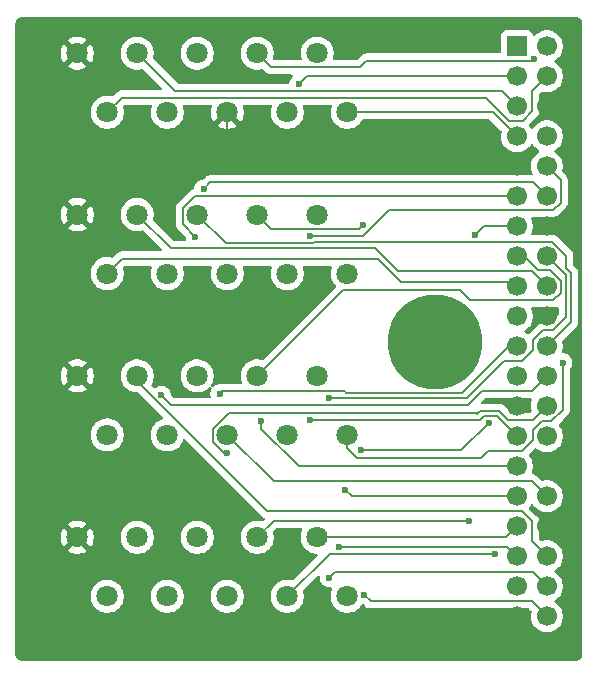
<source format=gbr>
%TF.GenerationSoftware,KiCad,Pcbnew,9.0.6*%
%TF.CreationDate,2025-12-30T01:20:39+01:00*%
%TF.ProjectId,40Pin GPIO Breakout,34305069-6e20-4475-9049-4f2042726561,rev?*%
%TF.SameCoordinates,Original*%
%TF.FileFunction,Copper,L2,Bot*%
%TF.FilePolarity,Positive*%
%FSLAX46Y46*%
G04 Gerber Fmt 4.6, Leading zero omitted, Abs format (unit mm)*
G04 Created by KiCad (PCBNEW 9.0.6) date 2025-12-30 01:20:39*
%MOMM*%
%LPD*%
G01*
G04 APERTURE LIST*
%TA.AperFunction,ComponentPad*%
%ADD10R,1.700000X1.700000*%
%TD*%
%TA.AperFunction,ComponentPad*%
%ADD11C,1.700000*%
%TD*%
%TA.AperFunction,ComponentPad*%
%ADD12C,1.800000*%
%TD*%
%TA.AperFunction,ViaPad*%
%ADD13C,8.000000*%
%TD*%
%TA.AperFunction,ViaPad*%
%ADD14C,0.600000*%
%TD*%
%TA.AperFunction,Conductor*%
%ADD15C,0.200000*%
%TD*%
G04 APERTURE END LIST*
D10*
%TO.P,J6,1,3V3*%
%TO.N,+3V3*%
X169960000Y-63980000D03*
D11*
%TO.P,J6,2,5V*%
%TO.N,+5V*%
X172500000Y-63980000D03*
%TO.P,J6,3,SDA_I2C1/GPIO02*%
%TO.N,IIC1_SDA*%
X169960000Y-66520000D03*
%TO.P,J6,4,5V*%
%TO.N,+5V*%
X172500000Y-66520000D03*
%TO.P,J6,5,SCL_I2C1/GPIO03*%
%TO.N,IIC1_SCL*%
X169960000Y-69060000D03*
%TO.P,J6,6,GND*%
%TO.N,GND*%
X172500000Y-69060000D03*
%TO.P,J6,7,GPCLK0/GPIO04*%
%TO.N,IIC3_SDA*%
X169960000Y-71600000D03*
%TO.P,J6,8,GPIO14/UART_TXD*%
%TO.N,UART0_TXD*%
X172500000Y-71600000D03*
%TO.P,J6,9,GND*%
%TO.N,GND*%
X169960000Y-74140000D03*
%TO.P,J6,10,GPIO15/UART_RXD*%
%TO.N,UART0_RXD*%
X172500000Y-74140000D03*
%TO.P,J6,11,GPIO17/SPI1_~{CE1}*%
%TO.N,DI2*%
X169960000Y-76680000D03*
%TO.P,J6,12,GPIO18/SPI1_~{CE0}/PCM_CLK/PWM0*%
%TO.N,PCM_CLK*%
X172500000Y-76680000D03*
%TO.P,J6,13,GPIO27/SDIO_DAT3*%
%TO.N,TP_INT*%
X169960000Y-79220000D03*
%TO.P,J6,14,GND*%
%TO.N,GND*%
X172500000Y-79220000D03*
%TO.P,J6,15,GPIO22/SDIO_CLK*%
%TO.N,DI3*%
X169960000Y-81760000D03*
%TO.P,J6,16,GPIO23/SDIO_CMD*%
%TO.N,DI4*%
X172500000Y-81760000D03*
%TO.P,J6,17,3V3*%
%TO.N,+3V3*%
X169960000Y-84300000D03*
%TO.P,J6,18,GPIO24/SDIO_DAT0*%
%TO.N,DO1*%
X172500000Y-84300000D03*
%TO.P,J6,19,MOSI_SPI0/GPIO10*%
%TO.N,SPI0_MOSI*%
X169960000Y-86840000D03*
%TO.P,J6,20,GND*%
%TO.N,GND*%
X172500000Y-86840000D03*
%TO.P,J6,21,MISO_SPI0/GPIO09*%
%TO.N,SPI0_MISO*%
X169960000Y-89380000D03*
%TO.P,J6,22,GPIO25/SDIO_DAT1*%
%TO.N,DO2*%
X172500000Y-89380000D03*
%TO.P,J6,23,SCLK_SPI0/GPIO11*%
%TO.N,SPI0_SCLK*%
X169960000Y-91920000D03*
%TO.P,J6,24,~{CE0}_SPI0/GPIO08*%
%TO.N,SPI0_CE0*%
X172500000Y-91920000D03*
%TO.P,J6,25,GND*%
%TO.N,GND*%
X169960000Y-94460000D03*
%TO.P,J6,26,~{CE1}_SPI0/GPIO07*%
%TO.N,SPI0_CE1*%
X172500000Y-94460000D03*
%TO.P,J6,27,ID_SD_I2C0/GPIO00*%
%TO.N,ID_SD*%
X169960000Y-97000000D03*
%TO.P,J6,28,ID_SC_I2C0/GPIO01*%
%TO.N,ID_SC*%
X172500000Y-97000000D03*
%TO.P,J6,29,GPCLK1/GPIO05*%
%TO.N,IIC3_SCL*%
X169960000Y-99540000D03*
%TO.P,J6,30,GND*%
%TO.N,GND*%
X172500000Y-99540000D03*
%TO.P,J6,31,GPCLK2/GPIO06*%
%TO.N,DO4*%
X169960000Y-102080000D03*
%TO.P,J6,32,GPIO12/PWM0*%
%TO.N,CAN_INT*%
X172500000Y-102080000D03*
%TO.P,J6,33,GPIO13/PWM1*%
%TO.N,LCD_PWM*%
X169960000Y-104620000D03*
%TO.P,J6,34,GND*%
%TO.N,GND*%
X172500000Y-104620000D03*
%TO.P,J6,35,GPIO19/SPI1_MISO/PCM_FS*%
%TO.N,PCM_FS*%
X169960000Y-107160000D03*
%TO.P,J6,36,GPIO16/SPI1_~{CE2}*%
%TO.N,DI1*%
X172500000Y-107160000D03*
%TO.P,J6,37,GPIO26/SDIO_DAT2*%
%TO.N,DO3*%
X169960000Y-109700000D03*
%TO.P,J6,38,GPIO20/SPI1_MOSI/PCM_DIN/PWM1*%
%TO.N,PCM_DIN*%
X172500000Y-109700000D03*
%TO.P,J6,39,GND*%
%TO.N,GND*%
X169960000Y-112240000D03*
%TO.P,J6,40,GPIO21/SPI1_SCLK/PCM_DOUT*%
%TO.N,PCM_DOUT*%
X172500000Y-112240000D03*
%TD*%
D12*
%TO.P,J4,1,1*%
%TO.N,GND*%
X132735000Y-105546400D03*
%TO.P,J4,2,2*%
%TO.N,+5V*%
X135275003Y-110546400D03*
%TO.P,J4,3,3*%
%TO.N,SPI0_CE0*%
X137815003Y-105546400D03*
%TO.P,J4,4,4*%
%TO.N,+3V3*%
X140355003Y-110546400D03*
%TO.P,J4,5,5*%
%TO.N,SPI0_CE1*%
X142895003Y-105546400D03*
%TO.P,J4,6,6*%
%TO.N,SPI0_MISO*%
X145435003Y-110546400D03*
%TO.P,J4,7,7*%
%TO.N,TP_INT*%
X147975003Y-105546400D03*
%TO.P,J4,8,8*%
%TO.N,SPI0_MOSI*%
X150515003Y-110546400D03*
%TO.P,J4,9,9*%
%TO.N,LCD_PWM*%
X153055003Y-105546400D03*
%TO.P,J4,10,10*%
%TO.N,SPI0_SCLK*%
X155595003Y-110546400D03*
%TD*%
%TO.P,J3,1,1*%
%TO.N,GND*%
X132735000Y-91886000D03*
%TO.P,J3,2,2*%
%TO.N,+5V*%
X135275003Y-96886000D03*
%TO.P,J3,3,3*%
%TO.N,DI1*%
X137815003Y-91886000D03*
%TO.P,J3,4,4*%
%TO.N,+3V3*%
X140355003Y-96886000D03*
%TO.P,J3,5,5*%
%TO.N,DI2*%
X142895003Y-91886000D03*
%TO.P,J3,6,6*%
%TO.N,CAN_INT*%
X145435003Y-96886000D03*
%TO.P,J3,7,7*%
%TO.N,DI3*%
X147975003Y-91886000D03*
%TO.P,J3,8,8*%
%TO.N,UART0_RXD*%
X150515003Y-96886000D03*
%TO.P,J3,9,9*%
%TO.N,DI4*%
X153055003Y-91886000D03*
%TO.P,J3,10,10*%
%TO.N,UART0_TXD*%
X155595003Y-96886000D03*
%TD*%
%TO.P,J2,1,1*%
%TO.N,GND*%
X132735000Y-78225600D03*
%TO.P,J2,2,2*%
%TO.N,+3V3*%
X135275003Y-83225600D03*
%TO.P,J2,3,3*%
%TO.N,DO1*%
X137815003Y-78225600D03*
%TO.P,J2,4,4*%
%TO.N,PCM_CLK*%
X140355003Y-83225600D03*
%TO.P,J2,5,5*%
%TO.N,DO2*%
X142895003Y-78225600D03*
%TO.P,J2,6,6*%
%TO.N,PCM_FS*%
X145435003Y-83225600D03*
%TO.P,J2,7,7*%
%TO.N,DO3*%
X147975003Y-78225600D03*
%TO.P,J2,8,8*%
%TO.N,PCM_DIN*%
X150515003Y-83225600D03*
%TO.P,J2,9,9*%
%TO.N,DO4*%
X153055003Y-78225600D03*
%TO.P,J2,10,10*%
%TO.N,PCM_DOUT*%
X155595003Y-83225600D03*
%TD*%
%TO.P,J1,1,1*%
%TO.N,GND*%
X132735000Y-64565200D03*
%TO.P,J1,2,2*%
%TO.N,+5V*%
X135275003Y-69565200D03*
%TO.P,J1,3,3*%
%TO.N,IIC1_SCL*%
X137815003Y-64565200D03*
%TO.P,J1,4,4*%
%TO.N,+3V3*%
X140355003Y-69565200D03*
%TO.P,J1,5,5*%
%TO.N,IIC3_SCL*%
X142895003Y-64565200D03*
%TO.P,J1,6,6*%
%TO.N,GND*%
X145435003Y-69565200D03*
%TO.P,J1,7,7*%
%TO.N,ID_SC*%
X147975003Y-64565200D03*
%TO.P,J1,8,8*%
%TO.N,IIC1_SDA*%
X150515003Y-69565200D03*
%TO.P,J1,9,9*%
%TO.N,ID_SD*%
X153055003Y-64565200D03*
%TO.P,J1,10,10*%
%TO.N,IIC3_SDA*%
X155595003Y-69565200D03*
%TD*%
D13*
%TO.N,*%
X163011600Y-89001700D03*
D14*
%TO.N,SPI0_CE0*%
X139866000Y-93536200D03*
%TO.N,SPI0_SCLK*%
X167565200Y-95896200D03*
X156757200Y-98200500D03*
%TO.N,SPI0_CE1*%
X145405500Y-98396300D03*
%TO.N,TP_INT*%
X166425400Y-79927800D03*
X165873000Y-104161800D03*
%TO.N,SPI0_MISO*%
X144800100Y-93392000D03*
%TO.N,SPI0_MOSI*%
X168098200Y-106962100D03*
%TO.N,UART0_TXD*%
X173851100Y-90779200D03*
%TO.N,DI4*%
X154016100Y-93772600D03*
%TO.N,UART0_RXD*%
X152448100Y-80056900D03*
%TO.N,DI2*%
X142741700Y-80104200D03*
%TO.N,PCM_FS*%
X154898500Y-106339400D03*
%TO.N,PCM_DOUT*%
X157013800Y-110408500D03*
%TO.N,DO3*%
X156957200Y-79095700D03*
%TO.N,DO4*%
X155408500Y-101508500D03*
%TO.N,PCM_CLK*%
X143425100Y-76068800D03*
%TO.N,PCM_DIN*%
X154075400Y-108979800D03*
%TO.N,ID_SD*%
X152409500Y-95636600D03*
%TO.N,IIC1_SDA*%
X151500700Y-67166500D03*
%TO.N,IIC3_SCL*%
X148304400Y-95737000D03*
%TO.N,ID_SC*%
X171416800Y-65063200D03*
%TD*%
D15*
%TO.N,+5V*%
X167333400Y-68320600D02*
X169282900Y-70270100D01*
X170438300Y-70270100D02*
X171230000Y-69478400D01*
X135275000Y-69565200D02*
X136519600Y-68320600D01*
X136519600Y-68320600D02*
X167333400Y-68320600D01*
X171230000Y-69478400D02*
X171230000Y-67790000D01*
X169282900Y-70270100D02*
X170438300Y-70270100D01*
X171230000Y-67790000D02*
X172500000Y-66520000D01*
%TO.N,DI4*%
X170378400Y-90650000D02*
X171348300Y-89680100D01*
%TO.N,SPI0_CE0*%
X140704200Y-94374400D02*
X139866000Y-93536200D01*
X165812300Y-94374400D02*
X140704200Y-94374400D01*
X166996700Y-93190000D02*
X165812300Y-94374400D01*
X171230000Y-93190000D02*
X166996700Y-93190000D01*
X172500000Y-91920000D02*
X171230000Y-93190000D01*
%TO.N,SPI0_SCLK*%
X165260900Y-98200500D02*
X156757200Y-98200500D01*
X167565200Y-95896200D02*
X165260900Y-98200500D01*
%TO.N,SPI0_CE1*%
X166822200Y-94869200D02*
X166763300Y-94928100D01*
X168477800Y-94869200D02*
X166822200Y-94869200D01*
X169222300Y-95613700D02*
X168477800Y-94869200D01*
X171346300Y-95613700D02*
X169222300Y-95613700D01*
X172500000Y-94460000D02*
X171346300Y-95613700D01*
X166763300Y-94928100D02*
X166598500Y-95092900D01*
X145175400Y-98396300D02*
X145405500Y-98396300D01*
X144233300Y-97454200D02*
X145175400Y-98396300D01*
X144233300Y-96388100D02*
X144233300Y-97454200D01*
X145586500Y-95034900D02*
X144233300Y-96388100D01*
X166540500Y-95034900D02*
X145586500Y-95034900D01*
X166598500Y-95092900D02*
X166540500Y-95034900D01*
%TO.N,TP_INT*%
X167133200Y-79220000D02*
X166425400Y-79927800D01*
X169960000Y-79220000D02*
X167133200Y-79220000D01*
X149359600Y-104161800D02*
X165873000Y-104161800D01*
X147975000Y-105546400D02*
X149359600Y-104161800D01*
%TO.N,SPI0_MISO*%
X145021200Y-93170900D02*
X144800100Y-93392000D01*
X155362800Y-93170900D02*
X145021200Y-93170900D01*
X155493600Y-93301700D02*
X155362800Y-93170900D01*
X165326700Y-93301700D02*
X155493600Y-93301700D01*
X169248400Y-89380000D02*
X165326700Y-93301700D01*
%TO.N,SPI0_MOSI*%
X168098200Y-106962200D02*
X168098200Y-106962100D01*
X154099200Y-106962200D02*
X168098200Y-106962200D01*
X150515000Y-110546400D02*
X154099200Y-106962200D01*
%TO.N,LCD_PWM*%
X169033600Y-105546400D02*
X169960000Y-104620000D01*
X153055000Y-105546400D02*
X169033600Y-105546400D01*
%TO.N,UART0_TXD*%
X173851100Y-94749600D02*
X173851100Y-90779200D01*
X172870700Y-95730000D02*
X173851100Y-94749600D01*
X172091300Y-95730000D02*
X172870700Y-95730000D01*
X171348300Y-96473000D02*
X172091300Y-95730000D01*
X171348300Y-97300100D02*
X171348300Y-96473000D01*
X170378400Y-98270000D02*
X171348300Y-97300100D01*
X167480200Y-98270000D02*
X170378400Y-98270000D01*
X166923000Y-98827200D02*
X167480200Y-98270000D01*
X156410300Y-98827200D02*
X166923000Y-98827200D01*
X155595000Y-98011900D02*
X156410300Y-98827200D01*
X155595000Y-96886000D02*
X155595000Y-98011900D01*
%TO.N,DI1*%
X171230000Y-105890000D02*
X172500000Y-107160000D01*
X171230000Y-104201600D02*
X171230000Y-105890000D01*
X170378400Y-103350000D02*
X171230000Y-104201600D01*
X148826900Y-103350000D02*
X170378400Y-103350000D01*
X137815000Y-92338100D02*
X148826900Y-103350000D01*
%TO.N,DI4*%
X174082200Y-83342200D02*
X172500000Y-81760000D01*
X174082200Y-86935400D02*
X174082200Y-83342200D01*
X173025900Y-87991700D02*
X174082200Y-86935400D01*
X172167200Y-87991700D02*
X173025900Y-87991700D01*
X171348300Y-88810600D02*
X172167200Y-87991700D01*
X171348300Y-89680100D02*
X171348300Y-88810600D01*
X168873700Y-90650000D02*
X170378400Y-90650000D01*
X165751100Y-93772600D02*
X168873700Y-90650000D01*
X154016100Y-93772600D02*
X165751100Y-93772600D01*
%TO.N,UART0_RXD*%
X156900800Y-80056900D02*
X152448100Y-80056900D01*
X159126000Y-77831700D02*
X156900800Y-80056900D01*
X173055700Y-77831700D02*
X159126000Y-77831700D01*
X173658700Y-77228700D02*
X173055700Y-77831700D01*
X173658700Y-75298700D02*
X173658700Y-77228700D01*
X172500000Y-74140000D02*
X173658700Y-75298700D01*
%TO.N,DI2*%
X141693300Y-79055800D02*
X142741700Y-80104200D01*
X141693300Y-77671700D02*
X141693300Y-79055800D01*
X142685000Y-76680000D02*
X141693300Y-77671700D01*
X169960000Y-76680000D02*
X142685000Y-76680000D01*
%TO.N,CAN_INT*%
X149359000Y-100810000D02*
X145435000Y-96886000D01*
X171230000Y-100810000D02*
X149359000Y-100810000D01*
X172500000Y-102080000D02*
X171230000Y-100810000D01*
%TO.N,DI3*%
X171739500Y-82911700D02*
X170587800Y-81760000D01*
X172746800Y-82911700D02*
X171739500Y-82911700D01*
X173672400Y-83837300D02*
X172746800Y-82911700D01*
X173672400Y-84828800D02*
X173672400Y-83837300D01*
X173022700Y-85478500D02*
X173672400Y-84828800D01*
X165963100Y-85478500D02*
X173022700Y-85478500D01*
X165134700Y-84650100D02*
X165963100Y-85478500D01*
X155210900Y-84650100D02*
X165134700Y-84650100D01*
X147975000Y-91886000D02*
X155210900Y-84650100D01*
%TO.N,DO1*%
X171231500Y-83031500D02*
X172500000Y-84300000D01*
X159908800Y-83031500D02*
X171231500Y-83031500D01*
X157937600Y-81060300D02*
X159908800Y-83031500D01*
X140649700Y-81060300D02*
X157937600Y-81060300D01*
X137815000Y-78225600D02*
X140649700Y-81060300D01*
%TO.N,PCM_FS*%
X169139400Y-106339400D02*
X169960000Y-107160000D01*
X154898500Y-106339400D02*
X169139400Y-106339400D01*
%TO.N,PCM_DOUT*%
X157575300Y-110970000D02*
X157013800Y-110408500D01*
X171230000Y-110970000D02*
X157575300Y-110970000D01*
X172500000Y-112240000D02*
X171230000Y-110970000D01*
%TO.N,DO2*%
X174533900Y-83183500D02*
X174298500Y-82948100D01*
X174533900Y-87346100D02*
X174533900Y-83183500D01*
X172500000Y-89380000D02*
X174533900Y-87346100D01*
X174298500Y-82948100D02*
X174133700Y-82783300D01*
X174133700Y-81724800D02*
X174133700Y-82783300D01*
X172968000Y-80559100D02*
X174133700Y-81724800D01*
X152796800Y-80559100D02*
X172968000Y-80559100D01*
X152697300Y-80658600D02*
X152796800Y-80559100D01*
X145328000Y-80658600D02*
X152697300Y-80658600D01*
X142895000Y-78225600D02*
X145328000Y-80658600D01*
%TO.N,DO3*%
X156625600Y-79427300D02*
X156957200Y-79095700D01*
X149176700Y-79427300D02*
X156625600Y-79427300D01*
X147975000Y-78225600D02*
X149176700Y-79427300D01*
%TO.N,DO4*%
X155980000Y-102080000D02*
X169960000Y-102080000D01*
X155408500Y-101508500D02*
X155980000Y-102080000D01*
%TO.N,PCM_CLK*%
X171312300Y-75492300D02*
X172500000Y-76680000D01*
X144001600Y-75492300D02*
X171312300Y-75492300D01*
X143425100Y-76068800D02*
X144001600Y-75492300D01*
%TO.N,PCM_DIN*%
X171307600Y-108507600D02*
X172500000Y-109700000D01*
X154547600Y-108507600D02*
X171307600Y-108507600D01*
X154075400Y-108979800D02*
X154547600Y-108507600D01*
%TO.N,+3V3*%
X136546300Y-81954300D02*
X135275000Y-83225600D01*
X158163700Y-81954300D02*
X136546300Y-81954300D01*
X160107800Y-83898400D02*
X158163700Y-81954300D01*
X169558400Y-83898400D02*
X160107800Y-83898400D01*
%TO.N,ID_SD*%
X166823000Y-95636600D02*
X152409500Y-95636600D01*
X167165100Y-95294500D02*
X166823000Y-95636600D01*
X168254500Y-95294500D02*
X167165100Y-95294500D01*
X169960000Y-97000000D02*
X168254500Y-95294500D01*
%TO.N,IIC1_SDA*%
X152147200Y-66520000D02*
X151500700Y-67166500D01*
X169960000Y-66520000D02*
X152147200Y-66520000D01*
%TO.N,IIC3_SDA*%
X167925200Y-69565200D02*
X169960000Y-71600000D01*
X155595000Y-69565200D02*
X167925200Y-69565200D01*
%TO.N,GND*%
X145435000Y-69565200D02*
X145435000Y-74140000D01*
X169960000Y-74140000D02*
X145435000Y-74140000D01*
X136820600Y-74140000D02*
X132735000Y-78225600D01*
X145435000Y-74140000D02*
X136820600Y-74140000D01*
%TO.N,IIC3_SCL*%
X148304400Y-96374800D02*
X148304400Y-95737000D01*
X151469600Y-99540000D02*
X148304400Y-96374800D01*
X169960000Y-99540000D02*
X151469600Y-99540000D01*
%TO.N,ID_SC*%
X149176700Y-65766900D02*
X147975000Y-64565200D01*
X156647800Y-65766900D02*
X149176700Y-65766900D01*
X157223900Y-65190800D02*
X156647800Y-65766900D01*
X171289200Y-65190800D02*
X157223900Y-65190800D01*
X171416800Y-65063200D02*
X171289200Y-65190800D01*
%TO.N,IIC1_SCL*%
X168668200Y-67768200D02*
X169960000Y-69060000D01*
X141018000Y-67768200D02*
X168668200Y-67768200D01*
X137815000Y-64565200D02*
X141018000Y-67768200D01*
%TD*%
%TA.AperFunction,Conductor*%
%TO.N,GND*%
G36*
X171193902Y-93810185D02*
G01*
X171239657Y-93862989D01*
X171249601Y-93932147D01*
X171244794Y-93952818D01*
X171182753Y-94143759D01*
X171149500Y-94353713D01*
X171149500Y-94566286D01*
X171182754Y-94776244D01*
X171182754Y-94776247D01*
X171196491Y-94818523D01*
X171196925Y-94833734D01*
X171202244Y-94847993D01*
X171197902Y-94867950D01*
X171198486Y-94888364D01*
X171190398Y-94902450D01*
X171187393Y-94916266D01*
X171166243Y-94944521D01*
X171133885Y-94976880D01*
X171072562Y-95010366D01*
X171046202Y-95013200D01*
X169522397Y-95013200D01*
X169455358Y-94993515D01*
X169434716Y-94976881D01*
X168965390Y-94507555D01*
X168965388Y-94507552D01*
X168846517Y-94388681D01*
X168846516Y-94388680D01*
X168748649Y-94332177D01*
X168748648Y-94332176D01*
X168709583Y-94309622D01*
X168653681Y-94294643D01*
X168556857Y-94268699D01*
X168398743Y-94268699D01*
X168391147Y-94268699D01*
X168391131Y-94268700D01*
X167066597Y-94268700D01*
X166999558Y-94249015D01*
X166953803Y-94196211D01*
X166943859Y-94127053D01*
X166972884Y-94063497D01*
X166978916Y-94057019D01*
X167083118Y-93952818D01*
X167209117Y-93826819D01*
X167270440Y-93793334D01*
X167296798Y-93790500D01*
X171126863Y-93790500D01*
X171193902Y-93810185D01*
G37*
%TD.AperFunction*%
%TA.AperFunction,Conductor*%
G36*
X173429622Y-86020655D02*
G01*
X173472815Y-86075574D01*
X173481700Y-86121666D01*
X173481700Y-86635302D01*
X173462015Y-86702341D01*
X173445381Y-86722983D01*
X172813484Y-87354881D01*
X172752161Y-87388366D01*
X172725803Y-87391200D01*
X172088140Y-87391200D01*
X172047219Y-87402164D01*
X172047219Y-87402165D01*
X172009951Y-87412151D01*
X171935414Y-87432123D01*
X171935409Y-87432126D01*
X171798490Y-87511175D01*
X171798482Y-87511181D01*
X171686678Y-87622986D01*
X170984168Y-88325495D01*
X170954979Y-88341433D01*
X170926241Y-88358191D01*
X170924433Y-88358112D01*
X170922845Y-88358980D01*
X170889660Y-88356606D01*
X170856436Y-88355168D01*
X170854340Y-88354080D01*
X170853153Y-88353996D01*
X170824996Y-88339131D01*
X170824271Y-88338619D01*
X170667816Y-88224949D01*
X170651124Y-88216444D01*
X170643858Y-88211317D01*
X170627449Y-88190636D01*
X170608259Y-88172512D01*
X170606075Y-88163696D01*
X170600431Y-88156582D01*
X170597808Y-88130314D01*
X170591463Y-88104692D01*
X170594392Y-88096095D01*
X170593490Y-88087058D01*
X170605484Y-88063543D01*
X170613999Y-88038556D01*
X170621582Y-88031985D01*
X170625238Y-88024818D01*
X170639350Y-88016588D01*
X170659054Y-87999515D01*
X170667816Y-87995051D01*
X170689789Y-87979086D01*
X170839786Y-87870109D01*
X170839788Y-87870106D01*
X170839792Y-87870104D01*
X170990104Y-87719792D01*
X170990106Y-87719788D01*
X170990109Y-87719786D01*
X171115048Y-87547820D01*
X171115047Y-87547820D01*
X171115051Y-87547816D01*
X171211557Y-87358412D01*
X171277246Y-87156243D01*
X171310500Y-86946287D01*
X171310500Y-86733713D01*
X171277246Y-86523757D01*
X171211557Y-86321588D01*
X171179816Y-86259294D01*
X171166921Y-86190626D01*
X171193197Y-86125886D01*
X171250303Y-86085628D01*
X171290302Y-86079000D01*
X172936031Y-86079000D01*
X172936047Y-86079001D01*
X172943643Y-86079001D01*
X173101754Y-86079001D01*
X173101757Y-86079001D01*
X173254485Y-86038077D01*
X173295697Y-86014281D01*
X173363594Y-85997806D01*
X173429622Y-86020655D01*
G37*
%TD.AperFunction*%
%TA.AperFunction,Conductor*%
G36*
X175006922Y-61501280D02*
G01*
X175097266Y-61511459D01*
X175124331Y-61517636D01*
X175203540Y-61545352D01*
X175228553Y-61557398D01*
X175299606Y-61602043D01*
X175321313Y-61619355D01*
X175380644Y-61678686D01*
X175397957Y-61700395D01*
X175442600Y-61771444D01*
X175454648Y-61796462D01*
X175482362Y-61875666D01*
X175488540Y-61902735D01*
X175498720Y-61993076D01*
X175499500Y-62006961D01*
X175499500Y-115493038D01*
X175498720Y-115506922D01*
X175498720Y-115506923D01*
X175488540Y-115597264D01*
X175482362Y-115624333D01*
X175454648Y-115703537D01*
X175442600Y-115728555D01*
X175397957Y-115799604D01*
X175380644Y-115821313D01*
X175321313Y-115880644D01*
X175299604Y-115897957D01*
X175228555Y-115942600D01*
X175203537Y-115954648D01*
X175124333Y-115982362D01*
X175097264Y-115988540D01*
X175017075Y-115997576D01*
X175006921Y-115998720D01*
X174993038Y-115999500D01*
X128006962Y-115999500D01*
X127993078Y-115998720D01*
X127980553Y-115997308D01*
X127902735Y-115988540D01*
X127875666Y-115982362D01*
X127796462Y-115954648D01*
X127771444Y-115942600D01*
X127700395Y-115897957D01*
X127678686Y-115880644D01*
X127619355Y-115821313D01*
X127602042Y-115799604D01*
X127557399Y-115728555D01*
X127545351Y-115703537D01*
X127517637Y-115624333D01*
X127511459Y-115597263D01*
X127501280Y-115506922D01*
X127500500Y-115493038D01*
X127500500Y-110656619D01*
X133874502Y-110656619D01*
X133908988Y-110874352D01*
X133977106Y-111084003D01*
X133977107Y-111084006D01*
X134031064Y-111189900D01*
X134063650Y-111253853D01*
X134077190Y-111280425D01*
X134206755Y-111458758D01*
X134206759Y-111458763D01*
X134362639Y-111614643D01*
X134362644Y-111614647D01*
X134509833Y-111721585D01*
X134540981Y-111744215D01*
X134668536Y-111809208D01*
X134737396Y-111844295D01*
X134737399Y-111844296D01*
X134842224Y-111878355D01*
X134947052Y-111912415D01*
X135164781Y-111946900D01*
X135164782Y-111946900D01*
X135385224Y-111946900D01*
X135385225Y-111946900D01*
X135602954Y-111912415D01*
X135812609Y-111844295D01*
X136009025Y-111744215D01*
X136187368Y-111614642D01*
X136343245Y-111458765D01*
X136472818Y-111280422D01*
X136572898Y-111084006D01*
X136641018Y-110874351D01*
X136675503Y-110656622D01*
X136675503Y-110656619D01*
X138954502Y-110656619D01*
X138988988Y-110874352D01*
X139057106Y-111084003D01*
X139057107Y-111084006D01*
X139111064Y-111189900D01*
X139143650Y-111253853D01*
X139157190Y-111280425D01*
X139286755Y-111458758D01*
X139286759Y-111458763D01*
X139442639Y-111614643D01*
X139442644Y-111614647D01*
X139589833Y-111721585D01*
X139620981Y-111744215D01*
X139748536Y-111809208D01*
X139817396Y-111844295D01*
X139817399Y-111844296D01*
X139922224Y-111878355D01*
X140027052Y-111912415D01*
X140244781Y-111946900D01*
X140244782Y-111946900D01*
X140465224Y-111946900D01*
X140465225Y-111946900D01*
X140682954Y-111912415D01*
X140892609Y-111844295D01*
X141089025Y-111744215D01*
X141267368Y-111614642D01*
X141423245Y-111458765D01*
X141552818Y-111280422D01*
X141652898Y-111084006D01*
X141721018Y-110874351D01*
X141755503Y-110656622D01*
X141755503Y-110656619D01*
X144034502Y-110656619D01*
X144068988Y-110874352D01*
X144137106Y-111084003D01*
X144137107Y-111084006D01*
X144191064Y-111189900D01*
X144223650Y-111253853D01*
X144237190Y-111280425D01*
X144366755Y-111458758D01*
X144366759Y-111458763D01*
X144522639Y-111614643D01*
X144522644Y-111614647D01*
X144669833Y-111721585D01*
X144700981Y-111744215D01*
X144828536Y-111809208D01*
X144897396Y-111844295D01*
X144897399Y-111844296D01*
X145002224Y-111878355D01*
X145107052Y-111912415D01*
X145324781Y-111946900D01*
X145324782Y-111946900D01*
X145545224Y-111946900D01*
X145545225Y-111946900D01*
X145762954Y-111912415D01*
X145972609Y-111844295D01*
X146169025Y-111744215D01*
X146347368Y-111614642D01*
X146503245Y-111458765D01*
X146632818Y-111280422D01*
X146732898Y-111084006D01*
X146801018Y-110874351D01*
X146835503Y-110656622D01*
X146835503Y-110436178D01*
X146801018Y-110218449D01*
X146766958Y-110113621D01*
X146732899Y-110008796D01*
X146732898Y-110008793D01*
X146698240Y-109940775D01*
X146632818Y-109812378D01*
X146604051Y-109772783D01*
X146503250Y-109634041D01*
X146503246Y-109634036D01*
X146347366Y-109478156D01*
X146347361Y-109478152D01*
X146169028Y-109348587D01*
X146169027Y-109348586D01*
X146169025Y-109348585D01*
X146106099Y-109316522D01*
X145972609Y-109248504D01*
X145972606Y-109248503D01*
X145762955Y-109180385D01*
X145638384Y-109160655D01*
X145545225Y-109145900D01*
X145324781Y-109145900D01*
X145252204Y-109157395D01*
X145107050Y-109180385D01*
X144897399Y-109248503D01*
X144897396Y-109248504D01*
X144700977Y-109348587D01*
X144522644Y-109478152D01*
X144522639Y-109478156D01*
X144366759Y-109634036D01*
X144366755Y-109634041D01*
X144237190Y-109812374D01*
X144137107Y-110008793D01*
X144137106Y-110008796D01*
X144068988Y-110218447D01*
X144034503Y-110436178D01*
X144034503Y-110656619D01*
X144034502Y-110656619D01*
X141755503Y-110656619D01*
X141755503Y-110436178D01*
X141721018Y-110218449D01*
X141686958Y-110113621D01*
X141652899Y-110008796D01*
X141652898Y-110008793D01*
X141618240Y-109940775D01*
X141552818Y-109812378D01*
X141524051Y-109772783D01*
X141423250Y-109634041D01*
X141423246Y-109634036D01*
X141267366Y-109478156D01*
X141267361Y-109478152D01*
X141089028Y-109348587D01*
X141089027Y-109348586D01*
X141089025Y-109348585D01*
X141026099Y-109316522D01*
X140892609Y-109248504D01*
X140892606Y-109248503D01*
X140682955Y-109180385D01*
X140558384Y-109160655D01*
X140465225Y-109145900D01*
X140244781Y-109145900D01*
X140172204Y-109157395D01*
X140027050Y-109180385D01*
X139817399Y-109248503D01*
X139817396Y-109248504D01*
X139620977Y-109348587D01*
X139442644Y-109478152D01*
X139442639Y-109478156D01*
X139286759Y-109634036D01*
X139286755Y-109634041D01*
X139157190Y-109812374D01*
X139057107Y-110008793D01*
X139057106Y-110008796D01*
X138988988Y-110218447D01*
X138954503Y-110436178D01*
X138954503Y-110656619D01*
X138954502Y-110656619D01*
X136675503Y-110656619D01*
X136675503Y-110436178D01*
X136641018Y-110218449D01*
X136606958Y-110113621D01*
X136572899Y-110008796D01*
X136572898Y-110008793D01*
X136538240Y-109940775D01*
X136472818Y-109812378D01*
X136444051Y-109772783D01*
X136343250Y-109634041D01*
X136343246Y-109634036D01*
X136187366Y-109478156D01*
X136187361Y-109478152D01*
X136009028Y-109348587D01*
X136009027Y-109348586D01*
X136009025Y-109348585D01*
X135946099Y-109316522D01*
X135812609Y-109248504D01*
X135812606Y-109248503D01*
X135602955Y-109180385D01*
X135478384Y-109160655D01*
X135385225Y-109145900D01*
X135164781Y-109145900D01*
X135092204Y-109157395D01*
X134947050Y-109180385D01*
X134737399Y-109248503D01*
X134737396Y-109248504D01*
X134540977Y-109348587D01*
X134362644Y-109478152D01*
X134362639Y-109478156D01*
X134206759Y-109634036D01*
X134206755Y-109634041D01*
X134077190Y-109812374D01*
X133977107Y-110008793D01*
X133977106Y-110008796D01*
X133908988Y-110218447D01*
X133874503Y-110436178D01*
X133874503Y-110656619D01*
X133874502Y-110656619D01*
X127500500Y-110656619D01*
X127500500Y-105436218D01*
X131335000Y-105436218D01*
X131335000Y-105656581D01*
X131369473Y-105874235D01*
X131437567Y-106083810D01*
X131537611Y-106280156D01*
X131583932Y-106343913D01*
X132211212Y-105716633D01*
X132222482Y-105758692D01*
X132294890Y-105884108D01*
X132397292Y-105986510D01*
X132522708Y-106058918D01*
X132564765Y-106070187D01*
X131937485Y-106697465D01*
X131937485Y-106697466D01*
X132001243Y-106743788D01*
X132197589Y-106843832D01*
X132407164Y-106911926D01*
X132624819Y-106946400D01*
X132845181Y-106946400D01*
X133062835Y-106911926D01*
X133272410Y-106843832D01*
X133468760Y-106743786D01*
X133532513Y-106697466D01*
X133532514Y-106697466D01*
X132905234Y-106070187D01*
X132947292Y-106058918D01*
X133072708Y-105986510D01*
X133175110Y-105884108D01*
X133247518Y-105758692D01*
X133258787Y-105716634D01*
X133886066Y-106343914D01*
X133886066Y-106343913D01*
X133932386Y-106280160D01*
X134032432Y-106083810D01*
X134100526Y-105874235D01*
X134135000Y-105656581D01*
X134135000Y-105436218D01*
X134134994Y-105436178D01*
X136414503Y-105436178D01*
X136414503Y-105656621D01*
X136448988Y-105874352D01*
X136517106Y-106084003D01*
X136517107Y-106084006D01*
X136540487Y-106129890D01*
X136617052Y-106280156D01*
X136617190Y-106280425D01*
X136746755Y-106458758D01*
X136746759Y-106458763D01*
X136902639Y-106614643D01*
X136902644Y-106614647D01*
X136939726Y-106641588D01*
X137080981Y-106744215D01*
X137209378Y-106809637D01*
X137277396Y-106844295D01*
X137277399Y-106844296D01*
X137382224Y-106878355D01*
X137487052Y-106912415D01*
X137704781Y-106946900D01*
X137704782Y-106946900D01*
X137925224Y-106946900D01*
X137925225Y-106946900D01*
X138142954Y-106912415D01*
X138352609Y-106844295D01*
X138549025Y-106744215D01*
X138727368Y-106614642D01*
X138883245Y-106458765D01*
X139012818Y-106280422D01*
X139112898Y-106084006D01*
X139181018Y-105874351D01*
X139215503Y-105656622D01*
X139215503Y-105436178D01*
X141494503Y-105436178D01*
X141494503Y-105656621D01*
X141528988Y-105874352D01*
X141597106Y-106084003D01*
X141597107Y-106084006D01*
X141620487Y-106129890D01*
X141697052Y-106280156D01*
X141697190Y-106280425D01*
X141826755Y-106458758D01*
X141826759Y-106458763D01*
X141982639Y-106614643D01*
X141982644Y-106614647D01*
X142019726Y-106641588D01*
X142160981Y-106744215D01*
X142289378Y-106809637D01*
X142357396Y-106844295D01*
X142357399Y-106844296D01*
X142462224Y-106878355D01*
X142567052Y-106912415D01*
X142784781Y-106946900D01*
X142784782Y-106946900D01*
X143005224Y-106946900D01*
X143005225Y-106946900D01*
X143222954Y-106912415D01*
X143432609Y-106844295D01*
X143629025Y-106744215D01*
X143807368Y-106614642D01*
X143963245Y-106458765D01*
X144092818Y-106280422D01*
X144192898Y-106084006D01*
X144261018Y-105874351D01*
X144295503Y-105656622D01*
X144295503Y-105436178D01*
X144261018Y-105218449D01*
X144224576Y-105106290D01*
X144192899Y-105008796D01*
X144192898Y-105008793D01*
X144123093Y-104871796D01*
X144092818Y-104812378D01*
X144070736Y-104781985D01*
X143963250Y-104634041D01*
X143963246Y-104634036D01*
X143807366Y-104478156D01*
X143807361Y-104478152D01*
X143629028Y-104348587D01*
X143629027Y-104348586D01*
X143629025Y-104348585D01*
X143541046Y-104303757D01*
X143432609Y-104248504D01*
X143432606Y-104248503D01*
X143222955Y-104180385D01*
X143114089Y-104163142D01*
X143005225Y-104145900D01*
X142784781Y-104145900D01*
X142712204Y-104157395D01*
X142567050Y-104180385D01*
X142357399Y-104248503D01*
X142357396Y-104248504D01*
X142160977Y-104348587D01*
X141982644Y-104478152D01*
X141982639Y-104478156D01*
X141826759Y-104634036D01*
X141826755Y-104634041D01*
X141697190Y-104812374D01*
X141597107Y-105008793D01*
X141597106Y-105008796D01*
X141528988Y-105218447D01*
X141494503Y-105436178D01*
X139215503Y-105436178D01*
X139181018Y-105218449D01*
X139144576Y-105106290D01*
X139112899Y-105008796D01*
X139112898Y-105008793D01*
X139043093Y-104871796D01*
X139012818Y-104812378D01*
X138990736Y-104781985D01*
X138883250Y-104634041D01*
X138883246Y-104634036D01*
X138727366Y-104478156D01*
X138727361Y-104478152D01*
X138549028Y-104348587D01*
X138549027Y-104348586D01*
X138549025Y-104348585D01*
X138461046Y-104303757D01*
X138352609Y-104248504D01*
X138352606Y-104248503D01*
X138142955Y-104180385D01*
X138034089Y-104163142D01*
X137925225Y-104145900D01*
X137704781Y-104145900D01*
X137632204Y-104157395D01*
X137487050Y-104180385D01*
X137277399Y-104248503D01*
X137277396Y-104248504D01*
X137080977Y-104348587D01*
X136902644Y-104478152D01*
X136902639Y-104478156D01*
X136746759Y-104634036D01*
X136746755Y-104634041D01*
X136617190Y-104812374D01*
X136517107Y-105008793D01*
X136517106Y-105008796D01*
X136448988Y-105218447D01*
X136414503Y-105436178D01*
X134134994Y-105436178D01*
X134100526Y-105218564D01*
X134032432Y-105008989D01*
X133932388Y-104812643D01*
X133886066Y-104748885D01*
X133886065Y-104748885D01*
X133258787Y-105376164D01*
X133247518Y-105334108D01*
X133175110Y-105208692D01*
X133072708Y-105106290D01*
X132947292Y-105033882D01*
X132905232Y-105022612D01*
X133532513Y-104395332D01*
X133468756Y-104349011D01*
X133272410Y-104248967D01*
X133062835Y-104180873D01*
X132845181Y-104146400D01*
X132624819Y-104146400D01*
X132407164Y-104180873D01*
X132197589Y-104248967D01*
X132001233Y-104349016D01*
X131937485Y-104395331D01*
X131937485Y-104395332D01*
X132564765Y-105022612D01*
X132522708Y-105033882D01*
X132397292Y-105106290D01*
X132294890Y-105208692D01*
X132222482Y-105334108D01*
X132211212Y-105376165D01*
X131583932Y-104748885D01*
X131583931Y-104748885D01*
X131537616Y-104812633D01*
X131437567Y-105008989D01*
X131369473Y-105218564D01*
X131335000Y-105436218D01*
X127500500Y-105436218D01*
X127500500Y-96775778D01*
X133874503Y-96775778D01*
X133874503Y-96996221D01*
X133908988Y-97213952D01*
X133977106Y-97423603D01*
X133977107Y-97423606D01*
X134077190Y-97620025D01*
X134206755Y-97798358D01*
X134206759Y-97798363D01*
X134362639Y-97954243D01*
X134362644Y-97954247D01*
X134481697Y-98040743D01*
X134540981Y-98083815D01*
X134644869Y-98136749D01*
X134737396Y-98183895D01*
X134737399Y-98183896D01*
X134798970Y-98203901D01*
X134947052Y-98252015D01*
X135164781Y-98286500D01*
X135164782Y-98286500D01*
X135385224Y-98286500D01*
X135385225Y-98286500D01*
X135602954Y-98252015D01*
X135812609Y-98183895D01*
X136009025Y-98083815D01*
X136187368Y-97954242D01*
X136343245Y-97798365D01*
X136472818Y-97620022D01*
X136572898Y-97423606D01*
X136641018Y-97213951D01*
X136675503Y-96996222D01*
X136675503Y-96775778D01*
X136641018Y-96558049D01*
X136572898Y-96348394D01*
X136572898Y-96348393D01*
X136526220Y-96256785D01*
X136472818Y-96151978D01*
X136376486Y-96019387D01*
X136343250Y-95973641D01*
X136343246Y-95973636D01*
X136187366Y-95817756D01*
X136187361Y-95817752D01*
X136009028Y-95688187D01*
X136009027Y-95688186D01*
X136009025Y-95688185D01*
X135929452Y-95647640D01*
X135812609Y-95588104D01*
X135812606Y-95588103D01*
X135602955Y-95519985D01*
X135494089Y-95502742D01*
X135385225Y-95485500D01*
X135164781Y-95485500D01*
X135092204Y-95496995D01*
X134947050Y-95519985D01*
X134737399Y-95588103D01*
X134737396Y-95588104D01*
X134540977Y-95688187D01*
X134362644Y-95817752D01*
X134362639Y-95817756D01*
X134206759Y-95973636D01*
X134206755Y-95973641D01*
X134077190Y-96151974D01*
X133977107Y-96348393D01*
X133977106Y-96348396D01*
X133908988Y-96558047D01*
X133874503Y-96775778D01*
X127500500Y-96775778D01*
X127500500Y-91775818D01*
X131335000Y-91775818D01*
X131335000Y-91996181D01*
X131369473Y-92213835D01*
X131437567Y-92423410D01*
X131537611Y-92619756D01*
X131583932Y-92683513D01*
X132211212Y-92056233D01*
X132222482Y-92098292D01*
X132294890Y-92223708D01*
X132397292Y-92326110D01*
X132522708Y-92398518D01*
X132564765Y-92409787D01*
X131937485Y-93037065D01*
X131937485Y-93037066D01*
X132001243Y-93083388D01*
X132197589Y-93183432D01*
X132407164Y-93251526D01*
X132624819Y-93286000D01*
X132845181Y-93286000D01*
X133062835Y-93251526D01*
X133272410Y-93183432D01*
X133468760Y-93083386D01*
X133532513Y-93037066D01*
X133532514Y-93037066D01*
X132905234Y-92409787D01*
X132947292Y-92398518D01*
X133072708Y-92326110D01*
X133175110Y-92223708D01*
X133247518Y-92098292D01*
X133258787Y-92056234D01*
X133886066Y-92683514D01*
X133886066Y-92683513D01*
X133932386Y-92619760D01*
X134032432Y-92423410D01*
X134100526Y-92213835D01*
X134135000Y-91996181D01*
X134135000Y-91775818D01*
X134100526Y-91558164D01*
X134032432Y-91348589D01*
X133932388Y-91152243D01*
X133886066Y-91088485D01*
X133886065Y-91088485D01*
X133258787Y-91715764D01*
X133247518Y-91673708D01*
X133175110Y-91548292D01*
X133072708Y-91445890D01*
X132947292Y-91373482D01*
X132905232Y-91362212D01*
X133532513Y-90734932D01*
X133468756Y-90688611D01*
X133272410Y-90588567D01*
X133062835Y-90520473D01*
X132845181Y-90486000D01*
X132624819Y-90486000D01*
X132407164Y-90520473D01*
X132197589Y-90588567D01*
X132001233Y-90688616D01*
X131937485Y-90734931D01*
X131937485Y-90734932D01*
X132564765Y-91362212D01*
X132522708Y-91373482D01*
X132397292Y-91445890D01*
X132294890Y-91548292D01*
X132222482Y-91673708D01*
X132211212Y-91715765D01*
X131583932Y-91088485D01*
X131583931Y-91088485D01*
X131537616Y-91152233D01*
X131437567Y-91348589D01*
X131369473Y-91558164D01*
X131335000Y-91775818D01*
X127500500Y-91775818D01*
X127500500Y-78115418D01*
X131335000Y-78115418D01*
X131335000Y-78335781D01*
X131369473Y-78553435D01*
X131437567Y-78763010D01*
X131537611Y-78959356D01*
X131583932Y-79023113D01*
X132211212Y-78395833D01*
X132222482Y-78437892D01*
X132294890Y-78563308D01*
X132397292Y-78665710D01*
X132522708Y-78738118D01*
X132564765Y-78749387D01*
X131937485Y-79376665D01*
X131937485Y-79376666D01*
X132001243Y-79422988D01*
X132197589Y-79523032D01*
X132407164Y-79591126D01*
X132624819Y-79625600D01*
X132845181Y-79625600D01*
X133062835Y-79591126D01*
X133272410Y-79523032D01*
X133468760Y-79422986D01*
X133532513Y-79376666D01*
X133532514Y-79376666D01*
X132905234Y-78749387D01*
X132947292Y-78738118D01*
X133072708Y-78665710D01*
X133175110Y-78563308D01*
X133247518Y-78437892D01*
X133258787Y-78395834D01*
X133886066Y-79023114D01*
X133886066Y-79023113D01*
X133932386Y-78959360D01*
X134032432Y-78763010D01*
X134100526Y-78553435D01*
X134135000Y-78335781D01*
X134135000Y-78115418D01*
X134100526Y-77897764D01*
X134032432Y-77688189D01*
X133932388Y-77491843D01*
X133886066Y-77428085D01*
X133886065Y-77428085D01*
X133258787Y-78055364D01*
X133247518Y-78013308D01*
X133175110Y-77887892D01*
X133072708Y-77785490D01*
X132947292Y-77713082D01*
X132905232Y-77701812D01*
X133532513Y-77074532D01*
X133468756Y-77028211D01*
X133272410Y-76928167D01*
X133062835Y-76860073D01*
X132845181Y-76825600D01*
X132624819Y-76825600D01*
X132407164Y-76860073D01*
X132197589Y-76928167D01*
X132001233Y-77028216D01*
X131937485Y-77074531D01*
X131937485Y-77074532D01*
X132564765Y-77701812D01*
X132522708Y-77713082D01*
X132397292Y-77785490D01*
X132294890Y-77887892D01*
X132222482Y-78013308D01*
X132211212Y-78055365D01*
X131583932Y-77428085D01*
X131583931Y-77428085D01*
X131537616Y-77491833D01*
X131437567Y-77688189D01*
X131369473Y-77897764D01*
X131335000Y-78115418D01*
X127500500Y-78115418D01*
X127500500Y-69454978D01*
X133874503Y-69454978D01*
X133874503Y-69675421D01*
X133908988Y-69893152D01*
X133977106Y-70102803D01*
X133977107Y-70102806D01*
X134027660Y-70202019D01*
X134077052Y-70298956D01*
X134077190Y-70299225D01*
X134206755Y-70477558D01*
X134206759Y-70477563D01*
X134362639Y-70633443D01*
X134362644Y-70633447D01*
X134432027Y-70683856D01*
X134540981Y-70763015D01*
X134669378Y-70828437D01*
X134737396Y-70863095D01*
X134737399Y-70863096D01*
X134826910Y-70892179D01*
X134947052Y-70931215D01*
X135164781Y-70965700D01*
X135164782Y-70965700D01*
X135385224Y-70965700D01*
X135385225Y-70965700D01*
X135602954Y-70931215D01*
X135812609Y-70863095D01*
X136009025Y-70763015D01*
X136187368Y-70633442D01*
X136343245Y-70477565D01*
X136472818Y-70299222D01*
X136572898Y-70102806D01*
X136641018Y-69893151D01*
X136675503Y-69675422D01*
X136675503Y-69454978D01*
X136665488Y-69391748D01*
X136641018Y-69237248D01*
X136618190Y-69166993D01*
X136617755Y-69151778D01*
X136612437Y-69137519D01*
X136616777Y-69117567D01*
X136616194Y-69097152D01*
X136624284Y-69083062D01*
X136627290Y-69069246D01*
X136648437Y-69040997D01*
X136732017Y-68957418D01*
X136793340Y-68923933D01*
X136819697Y-68921100D01*
X138921039Y-68921100D01*
X138988078Y-68940785D01*
X139033833Y-68993589D01*
X139043777Y-69062747D01*
X139038970Y-69083418D01*
X138988988Y-69237247D01*
X138954503Y-69454978D01*
X138954503Y-69675421D01*
X138988988Y-69893152D01*
X139057106Y-70102803D01*
X139057107Y-70102806D01*
X139107660Y-70202019D01*
X139157052Y-70298956D01*
X139157190Y-70299225D01*
X139286755Y-70477558D01*
X139286759Y-70477563D01*
X139442639Y-70633443D01*
X139442644Y-70633447D01*
X139512027Y-70683856D01*
X139620981Y-70763015D01*
X139749378Y-70828437D01*
X139817396Y-70863095D01*
X139817399Y-70863096D01*
X139906910Y-70892179D01*
X140027052Y-70931215D01*
X140244781Y-70965700D01*
X140244782Y-70965700D01*
X140465224Y-70965700D01*
X140465225Y-70965700D01*
X140682954Y-70931215D01*
X140892609Y-70863095D01*
X141089025Y-70763015D01*
X141267368Y-70633442D01*
X141423245Y-70477565D01*
X141552818Y-70299222D01*
X141652898Y-70102806D01*
X141721018Y-69893151D01*
X141755503Y-69675422D01*
X141755503Y-69454978D01*
X141721018Y-69237249D01*
X141671035Y-69083417D01*
X141669041Y-69013577D01*
X141705122Y-68953744D01*
X141767823Y-68922916D01*
X141788967Y-68921100D01*
X144001565Y-68921100D01*
X144068604Y-68940785D01*
X144114359Y-68993589D01*
X144124303Y-69062747D01*
X144119496Y-69083418D01*
X144069476Y-69237364D01*
X144035003Y-69455018D01*
X144035003Y-69675381D01*
X144069476Y-69893035D01*
X144137570Y-70102610D01*
X144237614Y-70298956D01*
X144283935Y-70362713D01*
X144911215Y-69735433D01*
X144922485Y-69777492D01*
X144994893Y-69902908D01*
X145097295Y-70005310D01*
X145222711Y-70077718D01*
X145264768Y-70088987D01*
X144637488Y-70716265D01*
X144637488Y-70716266D01*
X144701246Y-70762588D01*
X144897592Y-70862632D01*
X145107167Y-70930726D01*
X145324822Y-70965200D01*
X145545184Y-70965200D01*
X145762838Y-70930726D01*
X145972413Y-70862632D01*
X146168763Y-70762586D01*
X146232516Y-70716266D01*
X146232517Y-70716266D01*
X145605237Y-70088987D01*
X145647295Y-70077718D01*
X145772711Y-70005310D01*
X145875113Y-69902908D01*
X145947521Y-69777492D01*
X145958790Y-69735434D01*
X146586069Y-70362714D01*
X146586069Y-70362713D01*
X146632389Y-70298960D01*
X146732435Y-70102610D01*
X146800529Y-69893035D01*
X146835003Y-69675381D01*
X146835003Y-69455018D01*
X146800529Y-69237364D01*
X146750510Y-69083418D01*
X146748515Y-69013577D01*
X146784596Y-68953744D01*
X146847297Y-68922916D01*
X146868441Y-68921100D01*
X149081039Y-68921100D01*
X149148078Y-68940785D01*
X149193833Y-68993589D01*
X149203777Y-69062747D01*
X149198970Y-69083418D01*
X149148988Y-69237247D01*
X149114503Y-69454978D01*
X149114503Y-69675421D01*
X149148988Y-69893152D01*
X149217106Y-70102803D01*
X149217107Y-70102806D01*
X149267660Y-70202019D01*
X149317052Y-70298956D01*
X149317190Y-70299225D01*
X149446755Y-70477558D01*
X149446759Y-70477563D01*
X149602639Y-70633443D01*
X149602644Y-70633447D01*
X149672027Y-70683856D01*
X149780981Y-70763015D01*
X149909378Y-70828437D01*
X149977396Y-70863095D01*
X149977399Y-70863096D01*
X150066910Y-70892179D01*
X150187052Y-70931215D01*
X150404781Y-70965700D01*
X150404782Y-70965700D01*
X150625224Y-70965700D01*
X150625225Y-70965700D01*
X150842954Y-70931215D01*
X151052609Y-70863095D01*
X151249025Y-70763015D01*
X151427368Y-70633442D01*
X151583245Y-70477565D01*
X151712818Y-70299222D01*
X151812898Y-70102806D01*
X151881018Y-69893151D01*
X151915503Y-69675422D01*
X151915503Y-69454978D01*
X151881018Y-69237249D01*
X151831035Y-69083417D01*
X151829041Y-69013577D01*
X151865122Y-68953744D01*
X151927823Y-68922916D01*
X151948967Y-68921100D01*
X154161039Y-68921100D01*
X154228078Y-68940785D01*
X154273833Y-68993589D01*
X154283777Y-69062747D01*
X154278970Y-69083418D01*
X154228988Y-69237247D01*
X154194503Y-69454978D01*
X154194503Y-69675421D01*
X154228988Y-69893152D01*
X154297106Y-70102803D01*
X154297107Y-70102806D01*
X154347660Y-70202019D01*
X154397052Y-70298956D01*
X154397190Y-70299225D01*
X154526755Y-70477558D01*
X154526759Y-70477563D01*
X154682639Y-70633443D01*
X154682644Y-70633447D01*
X154752027Y-70683856D01*
X154860981Y-70763015D01*
X154989378Y-70828437D01*
X155057396Y-70863095D01*
X155057399Y-70863096D01*
X155146910Y-70892179D01*
X155267052Y-70931215D01*
X155484781Y-70965700D01*
X155484782Y-70965700D01*
X155705224Y-70965700D01*
X155705225Y-70965700D01*
X155922954Y-70931215D01*
X156132609Y-70863095D01*
X156329025Y-70763015D01*
X156507368Y-70633442D01*
X156663245Y-70477565D01*
X156792818Y-70299222D01*
X156826355Y-70233404D01*
X156874329Y-70182609D01*
X156936839Y-70165700D01*
X167625103Y-70165700D01*
X167692142Y-70185385D01*
X167712784Y-70202019D01*
X168626241Y-71115476D01*
X168659726Y-71176799D01*
X168656492Y-71241473D01*
X168642753Y-71283757D01*
X168609500Y-71493713D01*
X168609500Y-71706286D01*
X168642753Y-71916239D01*
X168708444Y-72118414D01*
X168804951Y-72307820D01*
X168929890Y-72479786D01*
X169080213Y-72630109D01*
X169252179Y-72755048D01*
X169252181Y-72755049D01*
X169252184Y-72755051D01*
X169441588Y-72851557D01*
X169643757Y-72917246D01*
X169853713Y-72950500D01*
X169853714Y-72950500D01*
X170066286Y-72950500D01*
X170066287Y-72950500D01*
X170276243Y-72917246D01*
X170478412Y-72851557D01*
X170667816Y-72755051D01*
X170689789Y-72739086D01*
X170839786Y-72630109D01*
X170839788Y-72630106D01*
X170839792Y-72630104D01*
X170990104Y-72479792D01*
X170990106Y-72479788D01*
X170990109Y-72479786D01*
X171115048Y-72307820D01*
X171115047Y-72307820D01*
X171115051Y-72307816D01*
X171119514Y-72299054D01*
X171167488Y-72248259D01*
X171235308Y-72231463D01*
X171301444Y-72253999D01*
X171340486Y-72299056D01*
X171344951Y-72307820D01*
X171469890Y-72479786D01*
X171620213Y-72630109D01*
X171792182Y-72755050D01*
X171800946Y-72759516D01*
X171851742Y-72807491D01*
X171868536Y-72875312D01*
X171845998Y-72941447D01*
X171800946Y-72980484D01*
X171792182Y-72984949D01*
X171620213Y-73109890D01*
X171469890Y-73260213D01*
X171344951Y-73432179D01*
X171248444Y-73621585D01*
X171182753Y-73823760D01*
X171149500Y-74033713D01*
X171149500Y-74246286D01*
X171182753Y-74456239D01*
X171182753Y-74456241D01*
X171182754Y-74456243D01*
X171237431Y-74624522D01*
X171248444Y-74658414D01*
X171275495Y-74711505D01*
X171288391Y-74780175D01*
X171262115Y-74844915D01*
X171205008Y-74885172D01*
X171165010Y-74891800D01*
X144080657Y-74891800D01*
X143922543Y-74891800D01*
X143769815Y-74932723D01*
X143769814Y-74932723D01*
X143769812Y-74932724D01*
X143769809Y-74932725D01*
X143719696Y-74961659D01*
X143719695Y-74961660D01*
X143676289Y-74986720D01*
X143632885Y-75011779D01*
X143632882Y-75011781D01*
X143521080Y-75123583D01*
X143521080Y-75123584D01*
X143521078Y-75123586D01*
X143458376Y-75186288D01*
X143410437Y-75234227D01*
X143349114Y-75267711D01*
X143346948Y-75268162D01*
X143191608Y-75299061D01*
X143191598Y-75299064D01*
X143045927Y-75359402D01*
X143045914Y-75359409D01*
X142914811Y-75447010D01*
X142914807Y-75447013D01*
X142803313Y-75558507D01*
X142803310Y-75558511D01*
X142715709Y-75689614D01*
X142715702Y-75689627D01*
X142655364Y-75835298D01*
X142655361Y-75835310D01*
X142624599Y-75989958D01*
X142624458Y-75991391D01*
X142624174Y-75992092D01*
X142623411Y-75995932D01*
X142622682Y-75995787D01*
X142598293Y-76056177D01*
X142541256Y-76096532D01*
X142533151Y-76099003D01*
X142453220Y-76120421D01*
X142453209Y-76120426D01*
X142316290Y-76199475D01*
X142316282Y-76199481D01*
X141212779Y-77302984D01*
X141193945Y-77335607D01*
X141184954Y-77351181D01*
X141133723Y-77439915D01*
X141092799Y-77592643D01*
X141092799Y-77592645D01*
X141092799Y-77760746D01*
X141092800Y-77760759D01*
X141092800Y-78969130D01*
X141092799Y-78969148D01*
X141092799Y-79134854D01*
X141092798Y-79134854D01*
X141099017Y-79158063D01*
X141133723Y-79287585D01*
X141151596Y-79318541D01*
X141185154Y-79376665D01*
X141212779Y-79424515D01*
X141331649Y-79543385D01*
X141331655Y-79543390D01*
X141907125Y-80118860D01*
X141916187Y-80135455D01*
X141929319Y-80149065D01*
X141939725Y-80178562D01*
X141940610Y-80180183D01*
X141941061Y-80182349D01*
X141966773Y-80311608D01*
X141960546Y-80381200D01*
X141917683Y-80436377D01*
X141851794Y-80459622D01*
X141845156Y-80459800D01*
X140949797Y-80459800D01*
X140882758Y-80440115D01*
X140862116Y-80423481D01*
X139188440Y-78749805D01*
X139154955Y-78688482D01*
X139158189Y-78623808D01*
X139181018Y-78553551D01*
X139215503Y-78335822D01*
X139215503Y-78115378D01*
X139181018Y-77897649D01*
X139144576Y-77785490D01*
X139112899Y-77687996D01*
X139112898Y-77687993D01*
X139064314Y-77592643D01*
X139012818Y-77491578D01*
X138975283Y-77439915D01*
X138883250Y-77313241D01*
X138883246Y-77313236D01*
X138727366Y-77157356D01*
X138727361Y-77157352D01*
X138549028Y-77027787D01*
X138549027Y-77027786D01*
X138549025Y-77027785D01*
X138486099Y-76995722D01*
X138352609Y-76927704D01*
X138352606Y-76927703D01*
X138142955Y-76859585D01*
X138034089Y-76842342D01*
X137925225Y-76825100D01*
X137704781Y-76825100D01*
X137632204Y-76836595D01*
X137487050Y-76859585D01*
X137277399Y-76927703D01*
X137277396Y-76927704D01*
X137080977Y-77027787D01*
X136902644Y-77157352D01*
X136902639Y-77157356D01*
X136746759Y-77313236D01*
X136746755Y-77313241D01*
X136617190Y-77491574D01*
X136517107Y-77687993D01*
X136517106Y-77687996D01*
X136448988Y-77897647D01*
X136414503Y-78115378D01*
X136414503Y-78335821D01*
X136448988Y-78553552D01*
X136517106Y-78763203D01*
X136517107Y-78763206D01*
X136549511Y-78826800D01*
X136617052Y-78959356D01*
X136617190Y-78959625D01*
X136746755Y-79137958D01*
X136746759Y-79137963D01*
X136902639Y-79293843D01*
X136902644Y-79293847D01*
X137016635Y-79376665D01*
X137080981Y-79423415D01*
X137209378Y-79488837D01*
X137277396Y-79523495D01*
X137277399Y-79523496D01*
X137382224Y-79557555D01*
X137487052Y-79591615D01*
X137704781Y-79626100D01*
X137704782Y-79626100D01*
X137925224Y-79626100D01*
X137925225Y-79626100D01*
X138142954Y-79591615D01*
X138213205Y-79568788D01*
X138283046Y-79566794D01*
X138339204Y-79599039D01*
X139882284Y-81142119D01*
X139915769Y-81203442D01*
X139910785Y-81273134D01*
X139868913Y-81329067D01*
X139803449Y-81353484D01*
X139794603Y-81353800D01*
X136632970Y-81353800D01*
X136632954Y-81353799D01*
X136625358Y-81353799D01*
X136467243Y-81353799D01*
X136402001Y-81371281D01*
X136314514Y-81394723D01*
X136314509Y-81394726D01*
X136177590Y-81473775D01*
X136177582Y-81473781D01*
X135799202Y-81852160D01*
X135737879Y-81885645D01*
X135673203Y-81882410D01*
X135649784Y-81874801D01*
X135602955Y-81859585D01*
X135494089Y-81842342D01*
X135385225Y-81825100D01*
X135164781Y-81825100D01*
X135092204Y-81836595D01*
X134947050Y-81859585D01*
X134737399Y-81927703D01*
X134737396Y-81927704D01*
X134540977Y-82027787D01*
X134362644Y-82157352D01*
X134362639Y-82157356D01*
X134206759Y-82313236D01*
X134206755Y-82313241D01*
X134077190Y-82491574D01*
X133977107Y-82687993D01*
X133977106Y-82687996D01*
X133908988Y-82897647D01*
X133874503Y-83115378D01*
X133874503Y-83335821D01*
X133908988Y-83553552D01*
X133977106Y-83763203D01*
X133977107Y-83763206D01*
X134077190Y-83959625D01*
X134206755Y-84137958D01*
X134206759Y-84137963D01*
X134362639Y-84293843D01*
X134362644Y-84293847D01*
X134518195Y-84406860D01*
X134540981Y-84423415D01*
X134669378Y-84488837D01*
X134737396Y-84523495D01*
X134737399Y-84523496D01*
X134783375Y-84538434D01*
X134947052Y-84591615D01*
X135164781Y-84626100D01*
X135164782Y-84626100D01*
X135385224Y-84626100D01*
X135385225Y-84626100D01*
X135602954Y-84591615D01*
X135812609Y-84523495D01*
X136009025Y-84423415D01*
X136187368Y-84293842D01*
X136343245Y-84137965D01*
X136472818Y-83959622D01*
X136572898Y-83763206D01*
X136641018Y-83553551D01*
X136675503Y-83335822D01*
X136675503Y-83115378D01*
X136641018Y-82897649D01*
X136618189Y-82827389D01*
X136617755Y-82812179D01*
X136612437Y-82797920D01*
X136616777Y-82777967D01*
X136616194Y-82757553D01*
X136624282Y-82743465D01*
X136627289Y-82729647D01*
X136648437Y-82701398D01*
X136758718Y-82591118D01*
X136820041Y-82557634D01*
X136846398Y-82554800D01*
X138929714Y-82554800D01*
X138996753Y-82574485D01*
X139042508Y-82627289D01*
X139052452Y-82696447D01*
X139047645Y-82717118D01*
X138988988Y-82897647D01*
X138954503Y-83115378D01*
X138954503Y-83335821D01*
X138988988Y-83553552D01*
X139057106Y-83763203D01*
X139057107Y-83763206D01*
X139157190Y-83959625D01*
X139286755Y-84137958D01*
X139286759Y-84137963D01*
X139442639Y-84293843D01*
X139442644Y-84293847D01*
X139598195Y-84406860D01*
X139620981Y-84423415D01*
X139749378Y-84488837D01*
X139817396Y-84523495D01*
X139817399Y-84523496D01*
X139863375Y-84538434D01*
X140027052Y-84591615D01*
X140244781Y-84626100D01*
X140244782Y-84626100D01*
X140465224Y-84626100D01*
X140465225Y-84626100D01*
X140682954Y-84591615D01*
X140892609Y-84523495D01*
X141089025Y-84423415D01*
X141267368Y-84293842D01*
X141423245Y-84137965D01*
X141552818Y-83959622D01*
X141652898Y-83763206D01*
X141721018Y-83553551D01*
X141755503Y-83335822D01*
X141755503Y-83115378D01*
X141721018Y-82897649D01*
X141662361Y-82717118D01*
X141660366Y-82647276D01*
X141696447Y-82587444D01*
X141759148Y-82556616D01*
X141780292Y-82554800D01*
X144009714Y-82554800D01*
X144076753Y-82574485D01*
X144122508Y-82627289D01*
X144132452Y-82696447D01*
X144127645Y-82717118D01*
X144068988Y-82897647D01*
X144034503Y-83115378D01*
X144034503Y-83335821D01*
X144068988Y-83553552D01*
X144137106Y-83763203D01*
X144137107Y-83763206D01*
X144237190Y-83959625D01*
X144366755Y-84137958D01*
X144366759Y-84137963D01*
X144522639Y-84293843D01*
X144522644Y-84293847D01*
X144678195Y-84406860D01*
X144700981Y-84423415D01*
X144829378Y-84488837D01*
X144897396Y-84523495D01*
X144897399Y-84523496D01*
X144943375Y-84538434D01*
X145107052Y-84591615D01*
X145324781Y-84626100D01*
X145324782Y-84626100D01*
X145545224Y-84626100D01*
X145545225Y-84626100D01*
X145762954Y-84591615D01*
X145972609Y-84523495D01*
X146169025Y-84423415D01*
X146347368Y-84293842D01*
X146503245Y-84137965D01*
X146632818Y-83959622D01*
X146732898Y-83763206D01*
X146801018Y-83553551D01*
X146835503Y-83335822D01*
X146835503Y-83115378D01*
X146801018Y-82897649D01*
X146742361Y-82717118D01*
X146740366Y-82647276D01*
X146776447Y-82587444D01*
X146839148Y-82556616D01*
X146860292Y-82554800D01*
X149089714Y-82554800D01*
X149156753Y-82574485D01*
X149202508Y-82627289D01*
X149212452Y-82696447D01*
X149207645Y-82717118D01*
X149148988Y-82897647D01*
X149114503Y-83115378D01*
X149114503Y-83335821D01*
X149148988Y-83553552D01*
X149217106Y-83763203D01*
X149217107Y-83763206D01*
X149317190Y-83959625D01*
X149446755Y-84137958D01*
X149446759Y-84137963D01*
X149602639Y-84293843D01*
X149602644Y-84293847D01*
X149758195Y-84406860D01*
X149780981Y-84423415D01*
X149909378Y-84488837D01*
X149977396Y-84523495D01*
X149977399Y-84523496D01*
X150023375Y-84538434D01*
X150187052Y-84591615D01*
X150404781Y-84626100D01*
X150404782Y-84626100D01*
X150625224Y-84626100D01*
X150625225Y-84626100D01*
X150842954Y-84591615D01*
X151052609Y-84523495D01*
X151249025Y-84423415D01*
X151427368Y-84293842D01*
X151583245Y-84137965D01*
X151712818Y-83959622D01*
X151812898Y-83763206D01*
X151881018Y-83553551D01*
X151915503Y-83335822D01*
X151915503Y-83115378D01*
X151881018Y-82897649D01*
X151822361Y-82717118D01*
X151820366Y-82647276D01*
X151856447Y-82587444D01*
X151919148Y-82556616D01*
X151940292Y-82554800D01*
X154169714Y-82554800D01*
X154236753Y-82574485D01*
X154282508Y-82627289D01*
X154292452Y-82696447D01*
X154287645Y-82717118D01*
X154228988Y-82897647D01*
X154194503Y-83115378D01*
X154194503Y-83335821D01*
X154228988Y-83553552D01*
X154297106Y-83763203D01*
X154297107Y-83763206D01*
X154397190Y-83959625D01*
X154526754Y-84137957D01*
X154526758Y-84137961D01*
X154526761Y-84137965D01*
X154612599Y-84223803D01*
X154646083Y-84285127D01*
X154641099Y-84354818D01*
X154612598Y-84399165D01*
X148499203Y-90512560D01*
X148437880Y-90546045D01*
X148373204Y-90542810D01*
X148302955Y-90519985D01*
X148194089Y-90502742D01*
X148085225Y-90485500D01*
X147864781Y-90485500D01*
X147792204Y-90496995D01*
X147647050Y-90519985D01*
X147437399Y-90588103D01*
X147437396Y-90588104D01*
X147240977Y-90688187D01*
X147062644Y-90817752D01*
X147062639Y-90817756D01*
X146906759Y-90973636D01*
X146906755Y-90973641D01*
X146777190Y-91151974D01*
X146677107Y-91348393D01*
X146677106Y-91348396D01*
X146608988Y-91558047D01*
X146590669Y-91673708D01*
X146574503Y-91775778D01*
X146574503Y-91996222D01*
X146590669Y-92098292D01*
X146608988Y-92213952D01*
X146672064Y-92408082D01*
X146674059Y-92477923D01*
X146637978Y-92537756D01*
X146575277Y-92568584D01*
X146554133Y-92570400D01*
X145107870Y-92570400D01*
X145107854Y-92570399D01*
X145100258Y-92570399D01*
X144942143Y-92570399D01*
X144879163Y-92587275D01*
X144847069Y-92591500D01*
X144721255Y-92591500D01*
X144566610Y-92622261D01*
X144566598Y-92622264D01*
X144420927Y-92682602D01*
X144420914Y-92682609D01*
X144289811Y-92770210D01*
X144284162Y-92775859D01*
X144222837Y-92809341D01*
X144153146Y-92804353D01*
X144097214Y-92762478D01*
X144072800Y-92697013D01*
X144087656Y-92628741D01*
X144090763Y-92623375D01*
X144092809Y-92620034D01*
X144092818Y-92620022D01*
X144192898Y-92423606D01*
X144261018Y-92213951D01*
X144295503Y-91996222D01*
X144295503Y-91775778D01*
X144261018Y-91558049D01*
X144216850Y-91422112D01*
X144192899Y-91348396D01*
X144192898Y-91348393D01*
X144123496Y-91212187D01*
X144092818Y-91151978D01*
X144041821Y-91081786D01*
X143963250Y-90973641D01*
X143963246Y-90973636D01*
X143807366Y-90817756D01*
X143807361Y-90817752D01*
X143629028Y-90688187D01*
X143629027Y-90688186D01*
X143629025Y-90688185D01*
X143554084Y-90650000D01*
X143432609Y-90588104D01*
X143432606Y-90588103D01*
X143222955Y-90519985D01*
X143114089Y-90502742D01*
X143005225Y-90485500D01*
X142784781Y-90485500D01*
X142712204Y-90496995D01*
X142567050Y-90519985D01*
X142357399Y-90588103D01*
X142357396Y-90588104D01*
X142160977Y-90688187D01*
X141982644Y-90817752D01*
X141982639Y-90817756D01*
X141826759Y-90973636D01*
X141826755Y-90973641D01*
X141697190Y-91151974D01*
X141597107Y-91348393D01*
X141597106Y-91348396D01*
X141528988Y-91558047D01*
X141510669Y-91673708D01*
X141494503Y-91775778D01*
X141494503Y-91996222D01*
X141510669Y-92098292D01*
X141528988Y-92213952D01*
X141597106Y-92423603D01*
X141597107Y-92423606D01*
X141655271Y-92537756D01*
X141697052Y-92619756D01*
X141697190Y-92620025D01*
X141826755Y-92798358D01*
X141826759Y-92798363D01*
X141982639Y-92954243D01*
X141982644Y-92954247D01*
X142096635Y-93037065D01*
X142160981Y-93083815D01*
X142289378Y-93149237D01*
X142357396Y-93183895D01*
X142357399Y-93183896D01*
X142432949Y-93208443D01*
X142567052Y-93252015D01*
X142784781Y-93286500D01*
X142784782Y-93286500D01*
X143005224Y-93286500D01*
X143005225Y-93286500D01*
X143222954Y-93252015D01*
X143432609Y-93183895D01*
X143629025Y-93083815D01*
X143807368Y-92954242D01*
X143892226Y-92869383D01*
X143953545Y-92835901D01*
X144023237Y-92840885D01*
X144079171Y-92882756D01*
X144103588Y-92948220D01*
X144091203Y-93006432D01*
X144093037Y-93007192D01*
X144030364Y-93158498D01*
X144030361Y-93158510D01*
X143999600Y-93313153D01*
X143999600Y-93313158D01*
X143999600Y-93470842D01*
X143999600Y-93470844D01*
X143999599Y-93470844D01*
X144030405Y-93625708D01*
X144024178Y-93695300D01*
X143981315Y-93750477D01*
X143915426Y-93773722D01*
X143908788Y-93773900D01*
X141004297Y-93773900D01*
X140937258Y-93754215D01*
X140916616Y-93737581D01*
X140700574Y-93521539D01*
X140667089Y-93460216D01*
X140666638Y-93458049D01*
X140639738Y-93322819D01*
X140635737Y-93302703D01*
X140629026Y-93286500D01*
X140575397Y-93157027D01*
X140575390Y-93157014D01*
X140487789Y-93025911D01*
X140487786Y-93025907D01*
X140376292Y-92914413D01*
X140376288Y-92914410D01*
X140245185Y-92826809D01*
X140245172Y-92826802D01*
X140099501Y-92766464D01*
X140099489Y-92766461D01*
X139944845Y-92735700D01*
X139944842Y-92735700D01*
X139787158Y-92735700D01*
X139787155Y-92735700D01*
X139632510Y-92766461D01*
X139632498Y-92766464D01*
X139486827Y-92826802D01*
X139486814Y-92826809D01*
X139371288Y-92904002D01*
X139340990Y-92913488D01*
X139311243Y-92924584D01*
X139307886Y-92923853D01*
X139304610Y-92924880D01*
X139273995Y-92916481D01*
X139242970Y-92909732D01*
X139239254Y-92906950D01*
X139237230Y-92906395D01*
X139214716Y-92888581D01*
X139054021Y-92727886D01*
X139020536Y-92666563D01*
X139025520Y-92596871D01*
X139031213Y-92583918D01*
X139112898Y-92423606D01*
X139181018Y-92213951D01*
X139215503Y-91996222D01*
X139215503Y-91775778D01*
X139181018Y-91558049D01*
X139136850Y-91422112D01*
X139112899Y-91348396D01*
X139112898Y-91348393D01*
X139043496Y-91212187D01*
X139012818Y-91151978D01*
X138961821Y-91081786D01*
X138883250Y-90973641D01*
X138883246Y-90973636D01*
X138727366Y-90817756D01*
X138727361Y-90817752D01*
X138549028Y-90688187D01*
X138549027Y-90688186D01*
X138549025Y-90688185D01*
X138474084Y-90650000D01*
X138352609Y-90588104D01*
X138352606Y-90588103D01*
X138142955Y-90519985D01*
X138034089Y-90502742D01*
X137925225Y-90485500D01*
X137704781Y-90485500D01*
X137632204Y-90496995D01*
X137487050Y-90519985D01*
X137277399Y-90588103D01*
X137277396Y-90588104D01*
X137080977Y-90688187D01*
X136902644Y-90817752D01*
X136902639Y-90817756D01*
X136746759Y-90973636D01*
X136746755Y-90973641D01*
X136617190Y-91151974D01*
X136517107Y-91348393D01*
X136517106Y-91348396D01*
X136448988Y-91558047D01*
X136430669Y-91673708D01*
X136414503Y-91775778D01*
X136414503Y-91996222D01*
X136430669Y-92098292D01*
X136448988Y-92213952D01*
X136517106Y-92423603D01*
X136517107Y-92423606D01*
X136575271Y-92537756D01*
X136617052Y-92619756D01*
X136617190Y-92620025D01*
X136746755Y-92798358D01*
X136746759Y-92798363D01*
X136902639Y-92954243D01*
X136902644Y-92954247D01*
X137016635Y-93037065D01*
X137080981Y-93083815D01*
X137209378Y-93149237D01*
X137277396Y-93183895D01*
X137277399Y-93183896D01*
X137352949Y-93208443D01*
X137487052Y-93252015D01*
X137704781Y-93286500D01*
X137862803Y-93286500D01*
X137929842Y-93306185D01*
X137950484Y-93322819D01*
X139974991Y-95347326D01*
X140008476Y-95408649D01*
X140003492Y-95478341D01*
X139961620Y-95534274D01*
X139925628Y-95552938D01*
X139817399Y-95588103D01*
X139817396Y-95588104D01*
X139620977Y-95688187D01*
X139442644Y-95817752D01*
X139442639Y-95817756D01*
X139286759Y-95973636D01*
X139286755Y-95973641D01*
X139157190Y-96151974D01*
X139057107Y-96348393D01*
X139057106Y-96348396D01*
X138988988Y-96558047D01*
X138954503Y-96775778D01*
X138954503Y-96996221D01*
X138988988Y-97213952D01*
X139057106Y-97423603D01*
X139057107Y-97423606D01*
X139157190Y-97620025D01*
X139286755Y-97798358D01*
X139286759Y-97798363D01*
X139442639Y-97954243D01*
X139442644Y-97954247D01*
X139561697Y-98040743D01*
X139620981Y-98083815D01*
X139724869Y-98136749D01*
X139817396Y-98183895D01*
X139817399Y-98183896D01*
X139878970Y-98203901D01*
X140027052Y-98252015D01*
X140244781Y-98286500D01*
X140244782Y-98286500D01*
X140465224Y-98286500D01*
X140465225Y-98286500D01*
X140682954Y-98252015D01*
X140892609Y-98183895D01*
X141089025Y-98083815D01*
X141267368Y-97954242D01*
X141423245Y-97798365D01*
X141552818Y-97620022D01*
X141652898Y-97423606D01*
X141688064Y-97315375D01*
X141727501Y-97257699D01*
X141791859Y-97230500D01*
X141860705Y-97242414D01*
X141893676Y-97266011D01*
X148342039Y-103714374D01*
X148342049Y-103714385D01*
X148346379Y-103718715D01*
X148346380Y-103718716D01*
X148458184Y-103830520D01*
X148458186Y-103830521D01*
X148458187Y-103830522D01*
X148561338Y-103890076D01*
X148578589Y-103908169D01*
X148598605Y-103923153D01*
X148602285Y-103933021D01*
X148609553Y-103940643D01*
X148614284Y-103965191D01*
X148623022Y-103988617D01*
X148620783Y-103998907D01*
X148622777Y-104009250D01*
X148613483Y-104032462D01*
X148608170Y-104056890D01*
X148598571Y-104069712D01*
X148596809Y-104074114D01*
X148587019Y-104085144D01*
X148499203Y-104172960D01*
X148437880Y-104206445D01*
X148373204Y-104203210D01*
X148302955Y-104180385D01*
X148194089Y-104163142D01*
X148085225Y-104145900D01*
X147864781Y-104145900D01*
X147792204Y-104157395D01*
X147647050Y-104180385D01*
X147437399Y-104248503D01*
X147437396Y-104248504D01*
X147240977Y-104348587D01*
X147062644Y-104478152D01*
X147062639Y-104478156D01*
X146906759Y-104634036D01*
X146906755Y-104634041D01*
X146777190Y-104812374D01*
X146677107Y-105008793D01*
X146677106Y-105008796D01*
X146608988Y-105218447D01*
X146574503Y-105436178D01*
X146574503Y-105656621D01*
X146608988Y-105874352D01*
X146677106Y-106084003D01*
X146677107Y-106084006D01*
X146700487Y-106129890D01*
X146777052Y-106280156D01*
X146777190Y-106280425D01*
X146906755Y-106458758D01*
X146906759Y-106458763D01*
X147062639Y-106614643D01*
X147062644Y-106614647D01*
X147099726Y-106641588D01*
X147240981Y-106744215D01*
X147369378Y-106809637D01*
X147437396Y-106844295D01*
X147437399Y-106844296D01*
X147542224Y-106878355D01*
X147647052Y-106912415D01*
X147864781Y-106946900D01*
X147864782Y-106946900D01*
X148085224Y-106946900D01*
X148085225Y-106946900D01*
X148302954Y-106912415D01*
X148512609Y-106844295D01*
X148709025Y-106744215D01*
X148887368Y-106614642D01*
X149043245Y-106458765D01*
X149172818Y-106280422D01*
X149272898Y-106084006D01*
X149341018Y-105874351D01*
X149375503Y-105656622D01*
X149375503Y-105436178D01*
X149341018Y-105218449D01*
X149341017Y-105218447D01*
X149318190Y-105148193D01*
X149316194Y-105078352D01*
X149348437Y-105022197D01*
X149572017Y-104798616D01*
X149633339Y-104765134D01*
X149659697Y-104762300D01*
X151680353Y-104762300D01*
X151747392Y-104781985D01*
X151793147Y-104834789D01*
X151803091Y-104903947D01*
X151790838Y-104942595D01*
X151757107Y-105008793D01*
X151757106Y-105008796D01*
X151688988Y-105218447D01*
X151654503Y-105436178D01*
X151654503Y-105656621D01*
X151688988Y-105874352D01*
X151757106Y-106084003D01*
X151757107Y-106084006D01*
X151780487Y-106129890D01*
X151857052Y-106280156D01*
X151857190Y-106280425D01*
X151986755Y-106458758D01*
X151986759Y-106458763D01*
X152142639Y-106614643D01*
X152142644Y-106614647D01*
X152179726Y-106641588D01*
X152320981Y-106744215D01*
X152449378Y-106809637D01*
X152517396Y-106844295D01*
X152517399Y-106844296D01*
X152622224Y-106878355D01*
X152727052Y-106912415D01*
X152944781Y-106946900D01*
X152944782Y-106946900D01*
X152965902Y-106946900D01*
X153032941Y-106966585D01*
X153078696Y-107019389D01*
X153088640Y-107088547D01*
X153059615Y-107152103D01*
X153053583Y-107158581D01*
X151039203Y-109172960D01*
X150977880Y-109206445D01*
X150913204Y-109203210D01*
X150842955Y-109180385D01*
X150718384Y-109160655D01*
X150625225Y-109145900D01*
X150404781Y-109145900D01*
X150332204Y-109157395D01*
X150187050Y-109180385D01*
X149977399Y-109248503D01*
X149977396Y-109248504D01*
X149780977Y-109348587D01*
X149602644Y-109478152D01*
X149602639Y-109478156D01*
X149446759Y-109634036D01*
X149446755Y-109634041D01*
X149317190Y-109812374D01*
X149217107Y-110008793D01*
X149217106Y-110008796D01*
X149148988Y-110218447D01*
X149114503Y-110436178D01*
X149114503Y-110656619D01*
X149114502Y-110656619D01*
X149148988Y-110874352D01*
X149217106Y-111084003D01*
X149217107Y-111084006D01*
X149271064Y-111189900D01*
X149303650Y-111253853D01*
X149317190Y-111280425D01*
X149446755Y-111458758D01*
X149446759Y-111458763D01*
X149602639Y-111614643D01*
X149602644Y-111614647D01*
X149749833Y-111721585D01*
X149780981Y-111744215D01*
X149908536Y-111809208D01*
X149977396Y-111844295D01*
X149977399Y-111844296D01*
X150082224Y-111878355D01*
X150187052Y-111912415D01*
X150404781Y-111946900D01*
X150404782Y-111946900D01*
X150625224Y-111946900D01*
X150625225Y-111946900D01*
X150842954Y-111912415D01*
X151052609Y-111844295D01*
X151249025Y-111744215D01*
X151427368Y-111614642D01*
X151583245Y-111458765D01*
X151712818Y-111280422D01*
X151812898Y-111084006D01*
X151881018Y-110874351D01*
X151915503Y-110656622D01*
X151915503Y-110436178D01*
X151911011Y-110407816D01*
X151881018Y-110218448D01*
X151858190Y-110148193D01*
X151856194Y-110078352D01*
X151888438Y-110022195D01*
X153063220Y-108847414D01*
X153124542Y-108813930D01*
X153194234Y-108818914D01*
X153250167Y-108860786D01*
X153274584Y-108926250D01*
X153274900Y-108935096D01*
X153274900Y-109058646D01*
X153305661Y-109213289D01*
X153305664Y-109213301D01*
X153366002Y-109358972D01*
X153366009Y-109358985D01*
X153453610Y-109490088D01*
X153453613Y-109490092D01*
X153565107Y-109601586D01*
X153565111Y-109601589D01*
X153696214Y-109689190D01*
X153696227Y-109689197D01*
X153841898Y-109749535D01*
X153841903Y-109749537D01*
X153958768Y-109772783D01*
X153996553Y-109780299D01*
X153996556Y-109780300D01*
X153996558Y-109780300D01*
X154154244Y-109780300D01*
X154192034Y-109772783D01*
X154261626Y-109779010D01*
X154316803Y-109821873D01*
X154340048Y-109887762D01*
X154326711Y-109950695D01*
X154297107Y-110008793D01*
X154297106Y-110008796D01*
X154228988Y-110218447D01*
X154194503Y-110436178D01*
X154194503Y-110656619D01*
X154194502Y-110656619D01*
X154228988Y-110874352D01*
X154297106Y-111084003D01*
X154297107Y-111084006D01*
X154351064Y-111189900D01*
X154383650Y-111253853D01*
X154397190Y-111280425D01*
X154526755Y-111458758D01*
X154526759Y-111458763D01*
X154682639Y-111614643D01*
X154682644Y-111614647D01*
X154829833Y-111721585D01*
X154860981Y-111744215D01*
X154988536Y-111809208D01*
X155057396Y-111844295D01*
X155057399Y-111844296D01*
X155162224Y-111878355D01*
X155267052Y-111912415D01*
X155484781Y-111946900D01*
X155484782Y-111946900D01*
X155705224Y-111946900D01*
X155705225Y-111946900D01*
X155922954Y-111912415D01*
X156132609Y-111844295D01*
X156329025Y-111744215D01*
X156507368Y-111614642D01*
X156663245Y-111458765D01*
X156792818Y-111280422D01*
X156796324Y-111273540D01*
X156814915Y-111253853D01*
X156830754Y-111231895D01*
X156838543Y-111228831D01*
X156844293Y-111222743D01*
X156870579Y-111216231D01*
X156895775Y-111206322D01*
X156907943Y-111206975D01*
X156912113Y-111205943D01*
X156931013Y-111208215D01*
X156934958Y-111209000D01*
X156935666Y-111209141D01*
X156997572Y-111241534D01*
X156999139Y-111243074D01*
X157090439Y-111334374D01*
X157090449Y-111334385D01*
X157094779Y-111338715D01*
X157094780Y-111338716D01*
X157206584Y-111450520D01*
X157293395Y-111500639D01*
X157293397Y-111500641D01*
X157331451Y-111522611D01*
X157343515Y-111529577D01*
X157496243Y-111570501D01*
X157496246Y-111570501D01*
X157661953Y-111570501D01*
X157661969Y-111570500D01*
X170929903Y-111570500D01*
X170959343Y-111579144D01*
X170989330Y-111585668D01*
X170994345Y-111589422D01*
X170996942Y-111590185D01*
X171017584Y-111606819D01*
X171166241Y-111755476D01*
X171199726Y-111816799D01*
X171196492Y-111881473D01*
X171182753Y-111923757D01*
X171149500Y-112133713D01*
X171149500Y-112346286D01*
X171182753Y-112556239D01*
X171248444Y-112758414D01*
X171344951Y-112947820D01*
X171469890Y-113119786D01*
X171620213Y-113270109D01*
X171792179Y-113395048D01*
X171792181Y-113395049D01*
X171792184Y-113395051D01*
X171981588Y-113491557D01*
X172183757Y-113557246D01*
X172393713Y-113590500D01*
X172393714Y-113590500D01*
X172606286Y-113590500D01*
X172606287Y-113590500D01*
X172816243Y-113557246D01*
X173018412Y-113491557D01*
X173207816Y-113395051D01*
X173229789Y-113379086D01*
X173379786Y-113270109D01*
X173379788Y-113270106D01*
X173379792Y-113270104D01*
X173530104Y-113119792D01*
X173530106Y-113119788D01*
X173530109Y-113119786D01*
X173655048Y-112947820D01*
X173655047Y-112947820D01*
X173655051Y-112947816D01*
X173751557Y-112758412D01*
X173817246Y-112556243D01*
X173850500Y-112346287D01*
X173850500Y-112133713D01*
X173817246Y-111923757D01*
X173751557Y-111721588D01*
X173655051Y-111532184D01*
X173655049Y-111532181D01*
X173655048Y-111532179D01*
X173530109Y-111360213D01*
X173379786Y-111209890D01*
X173207820Y-111084951D01*
X173205959Y-111084003D01*
X173199054Y-111080485D01*
X173148259Y-111032512D01*
X173131463Y-110964692D01*
X173153999Y-110898556D01*
X173199054Y-110859515D01*
X173207816Y-110855051D01*
X173229789Y-110839086D01*
X173379786Y-110730109D01*
X173379788Y-110730106D01*
X173379792Y-110730104D01*
X173530104Y-110579792D01*
X173530106Y-110579788D01*
X173530109Y-110579786D01*
X173655048Y-110407820D01*
X173655047Y-110407820D01*
X173655051Y-110407816D01*
X173751557Y-110218412D01*
X173817246Y-110016243D01*
X173850500Y-109806287D01*
X173850500Y-109593713D01*
X173817246Y-109383757D01*
X173751557Y-109181588D01*
X173655051Y-108992184D01*
X173655049Y-108992181D01*
X173655048Y-108992179D01*
X173530109Y-108820213D01*
X173379786Y-108669890D01*
X173207820Y-108544951D01*
X173207115Y-108544591D01*
X173199054Y-108540485D01*
X173148259Y-108492512D01*
X173131463Y-108424692D01*
X173153999Y-108358556D01*
X173199054Y-108319515D01*
X173207816Y-108315051D01*
X173352321Y-108210063D01*
X173379786Y-108190109D01*
X173379788Y-108190106D01*
X173379792Y-108190104D01*
X173530104Y-108039792D01*
X173530106Y-108039788D01*
X173530109Y-108039786D01*
X173655048Y-107867820D01*
X173655047Y-107867820D01*
X173655051Y-107867816D01*
X173751557Y-107678412D01*
X173817246Y-107476243D01*
X173850500Y-107266287D01*
X173850500Y-107053713D01*
X173817246Y-106843757D01*
X173751557Y-106641588D01*
X173655051Y-106452184D01*
X173655049Y-106452181D01*
X173655048Y-106452179D01*
X173530109Y-106280213D01*
X173379786Y-106129890D01*
X173207820Y-106004951D01*
X173018414Y-105908444D01*
X173018413Y-105908443D01*
X173018412Y-105908443D01*
X172816243Y-105842754D01*
X172816241Y-105842753D01*
X172816240Y-105842753D01*
X172654957Y-105817208D01*
X172606287Y-105809500D01*
X172393713Y-105809500D01*
X172365006Y-105814046D01*
X172183757Y-105842753D01*
X172141473Y-105856492D01*
X172126260Y-105856926D01*
X172112003Y-105862244D01*
X172092048Y-105857903D01*
X172071632Y-105858486D01*
X172057545Y-105850397D01*
X172043730Y-105847392D01*
X172015476Y-105826241D01*
X171866819Y-105677584D01*
X171833334Y-105616261D01*
X171830500Y-105589903D01*
X171830500Y-104122544D01*
X171830499Y-104122537D01*
X171819894Y-104082958D01*
X171789577Y-103969815D01*
X171722522Y-103853673D01*
X171710520Y-103832884D01*
X171598716Y-103721080D01*
X171598713Y-103721078D01*
X171000743Y-103123108D01*
X170967258Y-103061785D01*
X170972242Y-102992093D01*
X170988106Y-102962542D01*
X171115048Y-102787820D01*
X171115047Y-102787820D01*
X171115051Y-102787816D01*
X171119514Y-102779054D01*
X171167488Y-102728259D01*
X171235308Y-102711463D01*
X171301444Y-102733999D01*
X171340486Y-102779056D01*
X171344951Y-102787820D01*
X171469890Y-102959786D01*
X171620213Y-103110109D01*
X171792179Y-103235048D01*
X171792181Y-103235049D01*
X171792184Y-103235051D01*
X171981588Y-103331557D01*
X172183757Y-103397246D01*
X172393713Y-103430500D01*
X172393714Y-103430500D01*
X172606286Y-103430500D01*
X172606287Y-103430500D01*
X172816243Y-103397246D01*
X173018412Y-103331557D01*
X173207816Y-103235051D01*
X173229789Y-103219086D01*
X173379786Y-103110109D01*
X173379788Y-103110106D01*
X173379792Y-103110104D01*
X173530104Y-102959792D01*
X173530106Y-102959788D01*
X173530109Y-102959786D01*
X173655048Y-102787820D01*
X173655047Y-102787820D01*
X173655051Y-102787816D01*
X173751557Y-102598412D01*
X173817246Y-102396243D01*
X173850500Y-102186287D01*
X173850500Y-101973713D01*
X173817246Y-101763757D01*
X173751557Y-101561588D01*
X173655051Y-101372184D01*
X173655049Y-101372181D01*
X173655048Y-101372179D01*
X173530109Y-101200213D01*
X173379786Y-101049890D01*
X173207820Y-100924951D01*
X173018414Y-100828444D01*
X173018413Y-100828443D01*
X173018412Y-100828443D01*
X172816243Y-100762754D01*
X172816241Y-100762753D01*
X172816240Y-100762753D01*
X172654957Y-100737208D01*
X172606287Y-100729500D01*
X172393713Y-100729500D01*
X172365006Y-100734046D01*
X172183757Y-100762753D01*
X172141473Y-100776492D01*
X172071632Y-100778486D01*
X172015476Y-100746241D01*
X171717590Y-100448355D01*
X171717588Y-100448352D01*
X171598717Y-100329481D01*
X171598716Y-100329480D01*
X171511904Y-100279360D01*
X171511904Y-100279359D01*
X171511900Y-100279358D01*
X171461785Y-100250423D01*
X171309057Y-100209499D01*
X171309055Y-100209499D01*
X171301206Y-100207396D01*
X171302071Y-100204166D01*
X171252365Y-100182156D01*
X171213916Y-100123817D01*
X171213110Y-100053952D01*
X171214535Y-100049244D01*
X171277246Y-99856243D01*
X171310500Y-99646287D01*
X171310500Y-99433713D01*
X171277246Y-99223757D01*
X171211557Y-99021588D01*
X171115051Y-98832184D01*
X170990104Y-98660208D01*
X170988105Y-98657456D01*
X170964626Y-98591649D01*
X170980452Y-98523595D01*
X171000739Y-98496894D01*
X171456892Y-98040741D01*
X171518213Y-98007258D01*
X171587905Y-98012242D01*
X171617456Y-98028105D01*
X171634851Y-98040743D01*
X171792184Y-98155051D01*
X171981588Y-98251557D01*
X172183757Y-98317246D01*
X172393713Y-98350500D01*
X172393714Y-98350500D01*
X172606286Y-98350500D01*
X172606287Y-98350500D01*
X172816243Y-98317246D01*
X173018412Y-98251557D01*
X173207816Y-98155051D01*
X173365149Y-98040743D01*
X173379786Y-98030109D01*
X173379788Y-98030106D01*
X173379792Y-98030104D01*
X173530104Y-97879792D01*
X173530106Y-97879788D01*
X173530109Y-97879786D01*
X173655048Y-97707820D01*
X173655047Y-97707820D01*
X173655051Y-97707816D01*
X173751557Y-97518412D01*
X173817246Y-97316243D01*
X173850500Y-97106287D01*
X173850500Y-96893713D01*
X173817246Y-96683757D01*
X173751557Y-96481588D01*
X173655051Y-96292184D01*
X173655049Y-96292181D01*
X173655048Y-96292179D01*
X173530109Y-96120213D01*
X173517596Y-96107700D01*
X173484111Y-96046377D01*
X173489095Y-95976685D01*
X173517596Y-95932338D01*
X173861831Y-95588103D01*
X174209606Y-95240328D01*
X174209611Y-95240324D01*
X174219814Y-95230120D01*
X174219816Y-95230120D01*
X174331620Y-95118316D01*
X174395795Y-95007159D01*
X174395797Y-95007158D01*
X174403673Y-94993515D01*
X174410677Y-94981385D01*
X174451601Y-94828657D01*
X174451601Y-94670543D01*
X174451601Y-94662948D01*
X174451600Y-94662930D01*
X174451600Y-91358965D01*
X174471285Y-91291926D01*
X174472498Y-91290074D01*
X174560490Y-91158385D01*
X174560490Y-91158384D01*
X174560494Y-91158379D01*
X174620837Y-91012697D01*
X174651600Y-90858042D01*
X174651600Y-90700358D01*
X174651600Y-90700355D01*
X174651599Y-90700353D01*
X174641583Y-90650000D01*
X174620837Y-90545703D01*
X174616425Y-90535051D01*
X174560497Y-90400027D01*
X174560490Y-90400014D01*
X174472889Y-90268911D01*
X174472886Y-90268907D01*
X174361392Y-90157413D01*
X174361388Y-90157410D01*
X174230285Y-90069809D01*
X174230272Y-90069802D01*
X174084601Y-90009464D01*
X174084589Y-90009461D01*
X173929945Y-89978700D01*
X173929942Y-89978700D01*
X173896141Y-89978700D01*
X173829102Y-89959015D01*
X173783347Y-89906211D01*
X173773403Y-89837053D01*
X173778210Y-89816382D01*
X173817246Y-89696243D01*
X173850500Y-89486287D01*
X173850500Y-89273713D01*
X173817246Y-89063757D01*
X173803506Y-89021473D01*
X173801512Y-88951635D01*
X173833755Y-88895478D01*
X174892406Y-87836828D01*
X174892411Y-87836824D01*
X174902614Y-87826620D01*
X174902616Y-87826620D01*
X175014420Y-87714816D01*
X175070813Y-87617139D01*
X175093477Y-87577885D01*
X175134401Y-87425157D01*
X175134401Y-87267043D01*
X175134401Y-87259448D01*
X175134400Y-87259430D01*
X175134400Y-83272559D01*
X175134401Y-83272546D01*
X175134401Y-83104445D01*
X175134401Y-83104443D01*
X175093477Y-82951715D01*
X175045746Y-82869043D01*
X175014420Y-82814784D01*
X174902616Y-82702980D01*
X174902615Y-82702979D01*
X174898285Y-82698649D01*
X174898274Y-82698639D01*
X174770519Y-82570884D01*
X174737034Y-82509561D01*
X174734200Y-82483203D01*
X174734200Y-81813860D01*
X174734201Y-81813847D01*
X174734201Y-81645744D01*
X174693276Y-81493014D01*
X174693273Y-81493009D01*
X174614224Y-81356090D01*
X174614218Y-81356082D01*
X173455590Y-80197455D01*
X173455588Y-80197452D01*
X173336717Y-80078581D01*
X173336716Y-80078580D01*
X173244158Y-80025142D01*
X173244157Y-80025141D01*
X173199790Y-79999525D01*
X173199789Y-79999524D01*
X173184614Y-79995458D01*
X173047057Y-79958599D01*
X172888943Y-79958599D01*
X172881347Y-79958599D01*
X172881331Y-79958600D01*
X171301716Y-79958600D01*
X171234677Y-79938915D01*
X171188922Y-79886111D01*
X171178978Y-79816953D01*
X171191231Y-79778306D01*
X171211554Y-79738417D01*
X171211557Y-79738412D01*
X171277246Y-79536243D01*
X171310500Y-79326287D01*
X171310500Y-79113713D01*
X171277246Y-78903757D01*
X171211557Y-78701588D01*
X171166162Y-78612495D01*
X171153266Y-78543826D01*
X171179542Y-78479085D01*
X171236649Y-78438828D01*
X171276647Y-78432200D01*
X172969031Y-78432200D01*
X172969047Y-78432201D01*
X172976643Y-78432201D01*
X173134754Y-78432201D01*
X173134757Y-78432201D01*
X173287485Y-78391277D01*
X173337604Y-78362339D01*
X173424416Y-78312220D01*
X173536220Y-78200416D01*
X173536221Y-78200414D01*
X174139220Y-77597416D01*
X174218277Y-77460484D01*
X174259201Y-77307757D01*
X174259201Y-77149642D01*
X174259201Y-77142047D01*
X174259200Y-77142029D01*
X174259200Y-75219645D01*
X174259199Y-75219641D01*
X174227692Y-75102049D01*
X174227692Y-75102048D01*
X174218278Y-75066918D01*
X174218277Y-75066915D01*
X174186445Y-75011781D01*
X174186444Y-75011780D01*
X174139220Y-74929984D01*
X174027416Y-74818180D01*
X174027415Y-74818179D01*
X174023085Y-74813849D01*
X174023074Y-74813839D01*
X173833757Y-74624522D01*
X173800272Y-74563199D01*
X173803507Y-74498523D01*
X173817246Y-74456243D01*
X173850500Y-74246287D01*
X173850500Y-74033713D01*
X173817246Y-73823757D01*
X173751557Y-73621588D01*
X173655051Y-73432184D01*
X173655049Y-73432181D01*
X173655048Y-73432179D01*
X173530109Y-73260213D01*
X173379786Y-73109890D01*
X173207820Y-72984951D01*
X173207115Y-72984591D01*
X173199054Y-72980485D01*
X173148259Y-72932512D01*
X173131463Y-72864692D01*
X173153999Y-72798556D01*
X173199054Y-72759515D01*
X173207816Y-72755051D01*
X173229789Y-72739086D01*
X173379786Y-72630109D01*
X173379788Y-72630106D01*
X173379792Y-72630104D01*
X173530104Y-72479792D01*
X173530106Y-72479788D01*
X173530109Y-72479786D01*
X173655048Y-72307820D01*
X173655047Y-72307820D01*
X173655051Y-72307816D01*
X173751557Y-72118412D01*
X173817246Y-71916243D01*
X173850500Y-71706287D01*
X173850500Y-71493713D01*
X173817246Y-71283757D01*
X173751557Y-71081588D01*
X173655051Y-70892184D01*
X173655049Y-70892181D01*
X173655048Y-70892179D01*
X173530109Y-70720213D01*
X173379786Y-70569890D01*
X173207820Y-70444951D01*
X173018414Y-70348444D01*
X173018413Y-70348443D01*
X173018412Y-70348443D01*
X172816243Y-70282754D01*
X172816241Y-70282753D01*
X172816240Y-70282753D01*
X172654957Y-70257208D01*
X172606287Y-70249500D01*
X172393713Y-70249500D01*
X172345042Y-70257208D01*
X172183760Y-70282753D01*
X171981585Y-70348444D01*
X171792179Y-70444951D01*
X171620213Y-70569890D01*
X171469890Y-70720213D01*
X171344949Y-70892182D01*
X171340484Y-70900946D01*
X171292509Y-70951742D01*
X171224688Y-70968536D01*
X171158553Y-70945998D01*
X171128778Y-70916275D01*
X171123590Y-70908944D01*
X171115051Y-70892184D01*
X170990104Y-70720208D01*
X170989888Y-70719992D01*
X170987202Y-70716196D01*
X170976117Y-70683856D01*
X170964626Y-70651649D01*
X170964808Y-70650864D01*
X170964547Y-70650101D01*
X170972706Y-70616902D01*
X170980452Y-70583595D01*
X170981103Y-70582738D01*
X170981223Y-70582250D01*
X170982119Y-70581400D01*
X171000739Y-70556894D01*
X171598713Y-69958921D01*
X171598716Y-69958920D01*
X171710520Y-69847116D01*
X171760639Y-69760304D01*
X171789577Y-69710185D01*
X171830501Y-69557457D01*
X171830501Y-69399343D01*
X171830501Y-69391748D01*
X171830500Y-69391730D01*
X171830500Y-68090096D01*
X171839144Y-68060655D01*
X171845668Y-68030669D01*
X171849422Y-68025653D01*
X171850185Y-68023057D01*
X171866810Y-68002424D01*
X172015479Y-67853754D01*
X172076798Y-67820272D01*
X172141473Y-67823506D01*
X172183757Y-67837246D01*
X172393713Y-67870500D01*
X172393714Y-67870500D01*
X172606286Y-67870500D01*
X172606287Y-67870500D01*
X172816243Y-67837246D01*
X173018412Y-67771557D01*
X173207816Y-67675051D01*
X173256839Y-67639434D01*
X173379786Y-67550109D01*
X173379788Y-67550106D01*
X173379792Y-67550104D01*
X173530104Y-67399792D01*
X173530106Y-67399788D01*
X173530109Y-67399786D01*
X173655048Y-67227820D01*
X173655047Y-67227820D01*
X173655051Y-67227816D01*
X173751557Y-67038412D01*
X173817246Y-66836243D01*
X173850500Y-66626287D01*
X173850500Y-66413713D01*
X173817246Y-66203757D01*
X173751557Y-66001588D01*
X173655051Y-65812184D01*
X173655049Y-65812181D01*
X173655048Y-65812179D01*
X173530109Y-65640213D01*
X173379786Y-65489890D01*
X173207820Y-65364951D01*
X173207115Y-65364591D01*
X173199054Y-65360485D01*
X173148259Y-65312512D01*
X173131463Y-65244692D01*
X173153999Y-65178556D01*
X173199054Y-65139515D01*
X173207816Y-65135051D01*
X173344598Y-65035674D01*
X173379786Y-65010109D01*
X173379788Y-65010106D01*
X173379792Y-65010104D01*
X173530104Y-64859792D01*
X173530106Y-64859788D01*
X173530109Y-64859786D01*
X173655048Y-64687820D01*
X173655047Y-64687820D01*
X173655051Y-64687816D01*
X173751557Y-64498412D01*
X173817246Y-64296243D01*
X173850500Y-64086287D01*
X173850500Y-63873713D01*
X173817246Y-63663757D01*
X173751557Y-63461588D01*
X173655051Y-63272184D01*
X173655049Y-63272181D01*
X173655048Y-63272179D01*
X173530109Y-63100213D01*
X173379786Y-62949890D01*
X173207820Y-62824951D01*
X173018414Y-62728444D01*
X173018413Y-62728443D01*
X173018412Y-62728443D01*
X172816243Y-62662754D01*
X172816241Y-62662753D01*
X172816240Y-62662753D01*
X172654957Y-62637208D01*
X172606287Y-62629500D01*
X172393713Y-62629500D01*
X172345042Y-62637208D01*
X172183760Y-62662753D01*
X171981585Y-62728444D01*
X171792179Y-62824951D01*
X171620215Y-62949889D01*
X171506673Y-63063431D01*
X171445350Y-63096915D01*
X171375658Y-63091931D01*
X171319725Y-63050059D01*
X171302810Y-63019082D01*
X171253797Y-62887671D01*
X171253793Y-62887664D01*
X171167547Y-62772455D01*
X171167544Y-62772452D01*
X171052335Y-62686206D01*
X171052328Y-62686202D01*
X170917482Y-62635908D01*
X170917483Y-62635908D01*
X170857883Y-62629501D01*
X170857881Y-62629500D01*
X170857873Y-62629500D01*
X170857864Y-62629500D01*
X169062129Y-62629500D01*
X169062123Y-62629501D01*
X169002516Y-62635908D01*
X168867671Y-62686202D01*
X168867664Y-62686206D01*
X168752455Y-62772452D01*
X168752452Y-62772455D01*
X168666206Y-62887664D01*
X168666202Y-62887671D01*
X168615908Y-63022517D01*
X168611510Y-63063431D01*
X168609500Y-63082127D01*
X168609500Y-63831443D01*
X168609501Y-64466300D01*
X168589816Y-64533339D01*
X168537013Y-64579094D01*
X168485501Y-64590300D01*
X157144840Y-64590300D01*
X157103919Y-64601264D01*
X157103919Y-64601265D01*
X157066651Y-64611251D01*
X156992114Y-64631223D01*
X156992109Y-64631226D01*
X156855190Y-64710275D01*
X156855182Y-64710281D01*
X156743378Y-64822086D01*
X156435384Y-65130081D01*
X156374061Y-65163566D01*
X156347703Y-65166400D01*
X154502906Y-65166400D01*
X154435867Y-65146715D01*
X154390112Y-65093911D01*
X154380168Y-65024753D01*
X154384975Y-65004082D01*
X154398191Y-64963405D01*
X154421018Y-64893151D01*
X154455503Y-64675422D01*
X154455503Y-64454978D01*
X154421018Y-64237249D01*
X154371968Y-64086286D01*
X154352899Y-64027596D01*
X154352898Y-64027593D01*
X154318240Y-63959575D01*
X154252818Y-63831178D01*
X154206688Y-63767685D01*
X154123250Y-63652841D01*
X154123246Y-63652836D01*
X153967366Y-63496956D01*
X153967361Y-63496952D01*
X153789028Y-63367387D01*
X153789027Y-63367386D01*
X153789025Y-63367385D01*
X153726099Y-63335322D01*
X153592609Y-63267304D01*
X153592606Y-63267303D01*
X153382955Y-63199185D01*
X153274089Y-63181942D01*
X153165225Y-63164700D01*
X152944781Y-63164700D01*
X152872204Y-63176195D01*
X152727050Y-63199185D01*
X152517399Y-63267303D01*
X152517396Y-63267304D01*
X152320977Y-63367387D01*
X152142644Y-63496952D01*
X152142639Y-63496956D01*
X151986759Y-63652836D01*
X151986755Y-63652841D01*
X151857190Y-63831174D01*
X151757107Y-64027593D01*
X151757106Y-64027596D01*
X151688988Y-64237247D01*
X151654503Y-64454978D01*
X151654503Y-64675421D01*
X151688988Y-64893152D01*
X151725031Y-65004082D01*
X151727026Y-65073923D01*
X151690945Y-65133756D01*
X151628244Y-65164584D01*
X151607100Y-65166400D01*
X149476797Y-65166400D01*
X149447356Y-65157755D01*
X149417370Y-65151232D01*
X149412354Y-65147477D01*
X149409758Y-65146715D01*
X149389116Y-65130081D01*
X149348440Y-65089405D01*
X149314955Y-65028082D01*
X149318189Y-64963408D01*
X149341018Y-64893151D01*
X149375503Y-64675422D01*
X149375503Y-64454978D01*
X149341018Y-64237249D01*
X149291968Y-64086286D01*
X149272899Y-64027596D01*
X149272898Y-64027593D01*
X149238240Y-63959575D01*
X149172818Y-63831178D01*
X149126688Y-63767685D01*
X149043250Y-63652841D01*
X149043246Y-63652836D01*
X148887366Y-63496956D01*
X148887361Y-63496952D01*
X148709028Y-63367387D01*
X148709027Y-63367386D01*
X148709025Y-63367385D01*
X148646099Y-63335322D01*
X148512609Y-63267304D01*
X148512606Y-63267303D01*
X148302955Y-63199185D01*
X148194089Y-63181942D01*
X148085225Y-63164700D01*
X147864781Y-63164700D01*
X147792204Y-63176195D01*
X147647050Y-63199185D01*
X147437399Y-63267303D01*
X147437396Y-63267304D01*
X147240977Y-63367387D01*
X147062644Y-63496952D01*
X147062639Y-63496956D01*
X146906759Y-63652836D01*
X146906755Y-63652841D01*
X146777190Y-63831174D01*
X146677107Y-64027593D01*
X146677106Y-64027596D01*
X146608988Y-64237247D01*
X146574503Y-64454978D01*
X146574503Y-64675421D01*
X146608988Y-64893152D01*
X146677106Y-65102803D01*
X146677107Y-65102806D01*
X146709511Y-65166400D01*
X146777052Y-65298956D01*
X146777190Y-65299225D01*
X146906755Y-65477558D01*
X146906759Y-65477563D01*
X147062639Y-65633443D01*
X147062644Y-65633447D01*
X147176635Y-65716265D01*
X147240981Y-65763015D01*
X147337470Y-65812179D01*
X147437396Y-65863095D01*
X147437399Y-65863096D01*
X147542224Y-65897155D01*
X147647052Y-65931215D01*
X147864781Y-65965700D01*
X147864782Y-65965700D01*
X148085224Y-65965700D01*
X148085225Y-65965700D01*
X148302954Y-65931215D01*
X148373205Y-65908388D01*
X148443046Y-65906394D01*
X148499204Y-65938639D01*
X148691839Y-66131274D01*
X148691849Y-66131285D01*
X148696179Y-66135615D01*
X148696180Y-66135616D01*
X148807984Y-66247420D01*
X148807986Y-66247421D01*
X148807990Y-66247424D01*
X148944909Y-66326473D01*
X148944916Y-66326477D01*
X149056719Y-66356434D01*
X149097642Y-66367400D01*
X149097643Y-66367400D01*
X150868359Y-66367400D01*
X150935398Y-66387085D01*
X150981153Y-66439889D01*
X150991097Y-66509047D01*
X150962072Y-66572603D01*
X150956040Y-66579081D01*
X150878913Y-66656207D01*
X150878910Y-66656211D01*
X150791309Y-66787314D01*
X150791302Y-66787327D01*
X150730964Y-66932998D01*
X150730961Y-66933008D01*
X150704131Y-67067892D01*
X150671746Y-67129803D01*
X150611030Y-67164377D01*
X150582514Y-67167700D01*
X141318097Y-67167700D01*
X141251058Y-67148015D01*
X141230416Y-67131381D01*
X139188440Y-65089405D01*
X139154955Y-65028082D01*
X139158189Y-64963408D01*
X139181018Y-64893151D01*
X139215503Y-64675422D01*
X139215503Y-64454978D01*
X141494503Y-64454978D01*
X141494503Y-64675421D01*
X141528988Y-64893152D01*
X141597106Y-65102803D01*
X141597107Y-65102806D01*
X141629511Y-65166400D01*
X141697052Y-65298956D01*
X141697190Y-65299225D01*
X141826755Y-65477558D01*
X141826759Y-65477563D01*
X141982639Y-65633443D01*
X141982644Y-65633447D01*
X142096635Y-65716265D01*
X142160981Y-65763015D01*
X142257470Y-65812179D01*
X142357396Y-65863095D01*
X142357399Y-65863096D01*
X142462224Y-65897155D01*
X142567052Y-65931215D01*
X142784781Y-65965700D01*
X142784782Y-65965700D01*
X143005224Y-65965700D01*
X143005225Y-65965700D01*
X143222954Y-65931215D01*
X143432609Y-65863095D01*
X143629025Y-65763015D01*
X143807368Y-65633442D01*
X143963245Y-65477565D01*
X144092818Y-65299222D01*
X144192898Y-65102806D01*
X144261018Y-64893151D01*
X144295503Y-64675422D01*
X144295503Y-64454978D01*
X144261018Y-64237249D01*
X144211968Y-64086286D01*
X144192899Y-64027596D01*
X144192898Y-64027593D01*
X144158240Y-63959575D01*
X144092818Y-63831178D01*
X144046688Y-63767685D01*
X143963250Y-63652841D01*
X143963246Y-63652836D01*
X143807366Y-63496956D01*
X143807361Y-63496952D01*
X143629028Y-63367387D01*
X143629027Y-63367386D01*
X143629025Y-63367385D01*
X143566099Y-63335322D01*
X143432609Y-63267304D01*
X143432606Y-63267303D01*
X143222955Y-63199185D01*
X143114089Y-63181942D01*
X143005225Y-63164700D01*
X142784781Y-63164700D01*
X142712204Y-63176195D01*
X142567050Y-63199185D01*
X142357399Y-63267303D01*
X142357396Y-63267304D01*
X142160977Y-63367387D01*
X141982644Y-63496952D01*
X141982639Y-63496956D01*
X141826759Y-63652836D01*
X141826755Y-63652841D01*
X141697190Y-63831174D01*
X141597107Y-64027593D01*
X141597106Y-64027596D01*
X141528988Y-64237247D01*
X141494503Y-64454978D01*
X139215503Y-64454978D01*
X139181018Y-64237249D01*
X139131968Y-64086286D01*
X139112899Y-64027596D01*
X139112898Y-64027593D01*
X139078240Y-63959575D01*
X139012818Y-63831178D01*
X138966688Y-63767685D01*
X138883250Y-63652841D01*
X138883246Y-63652836D01*
X138727366Y-63496956D01*
X138727361Y-63496952D01*
X138549028Y-63367387D01*
X138549027Y-63367386D01*
X138549025Y-63367385D01*
X138486099Y-63335322D01*
X138352609Y-63267304D01*
X138352606Y-63267303D01*
X138142955Y-63199185D01*
X138034089Y-63181942D01*
X137925225Y-63164700D01*
X137704781Y-63164700D01*
X137632204Y-63176195D01*
X137487050Y-63199185D01*
X137277399Y-63267303D01*
X137277396Y-63267304D01*
X137080977Y-63367387D01*
X136902644Y-63496952D01*
X136902639Y-63496956D01*
X136746759Y-63652836D01*
X136746755Y-63652841D01*
X136617190Y-63831174D01*
X136517107Y-64027593D01*
X136517106Y-64027596D01*
X136448988Y-64237247D01*
X136414503Y-64454978D01*
X136414503Y-64675421D01*
X136448988Y-64893152D01*
X136517106Y-65102803D01*
X136517107Y-65102806D01*
X136549511Y-65166400D01*
X136617052Y-65298956D01*
X136617190Y-65299225D01*
X136746755Y-65477558D01*
X136746759Y-65477563D01*
X136902639Y-65633443D01*
X136902644Y-65633447D01*
X137016635Y-65716265D01*
X137080981Y-65763015D01*
X137177470Y-65812179D01*
X137277396Y-65863095D01*
X137277399Y-65863096D01*
X137382224Y-65897155D01*
X137487052Y-65931215D01*
X137704781Y-65965700D01*
X137704782Y-65965700D01*
X137925224Y-65965700D01*
X137925225Y-65965700D01*
X138142954Y-65931215D01*
X138213205Y-65908388D01*
X138283046Y-65906394D01*
X138339204Y-65938639D01*
X139908984Y-67508419D01*
X139942469Y-67569742D01*
X139937485Y-67639434D01*
X139895613Y-67695367D01*
X139830149Y-67719784D01*
X139821303Y-67720100D01*
X136440542Y-67720100D01*
X136287814Y-67761023D01*
X136287813Y-67761024D01*
X136269568Y-67771556D01*
X136269569Y-67771557D01*
X136150887Y-67840077D01*
X136150882Y-67840081D01*
X136039078Y-67951886D01*
X135799203Y-68191760D01*
X135737880Y-68225245D01*
X135673204Y-68222010D01*
X135602955Y-68199185D01*
X135494089Y-68181942D01*
X135385225Y-68164700D01*
X135164781Y-68164700D01*
X135092204Y-68176195D01*
X134947050Y-68199185D01*
X134737399Y-68267303D01*
X134737396Y-68267304D01*
X134540977Y-68367387D01*
X134362644Y-68496952D01*
X134362639Y-68496956D01*
X134206759Y-68652836D01*
X134206755Y-68652841D01*
X134077190Y-68831174D01*
X133977107Y-69027593D01*
X133977106Y-69027596D01*
X133908988Y-69237247D01*
X133874503Y-69454978D01*
X127500500Y-69454978D01*
X127500500Y-64455018D01*
X131335000Y-64455018D01*
X131335000Y-64675381D01*
X131369473Y-64893035D01*
X131437567Y-65102610D01*
X131537611Y-65298956D01*
X131583932Y-65362713D01*
X132211212Y-64735433D01*
X132222482Y-64777492D01*
X132294890Y-64902908D01*
X132397292Y-65005310D01*
X132522708Y-65077718D01*
X132564765Y-65088987D01*
X131937485Y-65716265D01*
X131937485Y-65716266D01*
X132001243Y-65762588D01*
X132197589Y-65862632D01*
X132407164Y-65930726D01*
X132624819Y-65965200D01*
X132845181Y-65965200D01*
X133062835Y-65930726D01*
X133272410Y-65862632D01*
X133468760Y-65762586D01*
X133532513Y-65716266D01*
X133532514Y-65716266D01*
X132905234Y-65088987D01*
X132947292Y-65077718D01*
X133072708Y-65005310D01*
X133175110Y-64902908D01*
X133247518Y-64777492D01*
X133258787Y-64735434D01*
X133886066Y-65362714D01*
X133886066Y-65362713D01*
X133932386Y-65298960D01*
X134032432Y-65102610D01*
X134100526Y-64893035D01*
X134135000Y-64675381D01*
X134135000Y-64455018D01*
X134100526Y-64237364D01*
X134032432Y-64027789D01*
X133932388Y-63831443D01*
X133886066Y-63767685D01*
X133886065Y-63767685D01*
X133258787Y-64394964D01*
X133247518Y-64352908D01*
X133175110Y-64227492D01*
X133072708Y-64125090D01*
X132947292Y-64052682D01*
X132905232Y-64041412D01*
X133532513Y-63414132D01*
X133468756Y-63367811D01*
X133272410Y-63267767D01*
X133062835Y-63199673D01*
X132845181Y-63165200D01*
X132624819Y-63165200D01*
X132407164Y-63199673D01*
X132197589Y-63267767D01*
X132001233Y-63367816D01*
X131937485Y-63414131D01*
X131937485Y-63414132D01*
X132564765Y-64041412D01*
X132522708Y-64052682D01*
X132397292Y-64125090D01*
X132294890Y-64227492D01*
X132222482Y-64352908D01*
X132211212Y-64394965D01*
X131583932Y-63767685D01*
X131583931Y-63767685D01*
X131537616Y-63831433D01*
X131437567Y-64027789D01*
X131369473Y-64237364D01*
X131335000Y-64455018D01*
X127500500Y-64455018D01*
X127500500Y-62006961D01*
X127501280Y-61993077D01*
X127501280Y-61993076D01*
X127511460Y-61902729D01*
X127517635Y-61875670D01*
X127545353Y-61796456D01*
X127557396Y-61771450D01*
X127602046Y-61700389D01*
X127619351Y-61678690D01*
X127678690Y-61619351D01*
X127700389Y-61602046D01*
X127771450Y-61557396D01*
X127796456Y-61545353D01*
X127875670Y-61517635D01*
X127902733Y-61511459D01*
X127965419Y-61504396D01*
X127993079Y-61501280D01*
X128006962Y-61500500D01*
X128065892Y-61500500D01*
X174934108Y-61500500D01*
X174993038Y-61500500D01*
X175006922Y-61501280D01*
G37*
%TD.AperFunction*%
%TD*%
M02*

</source>
